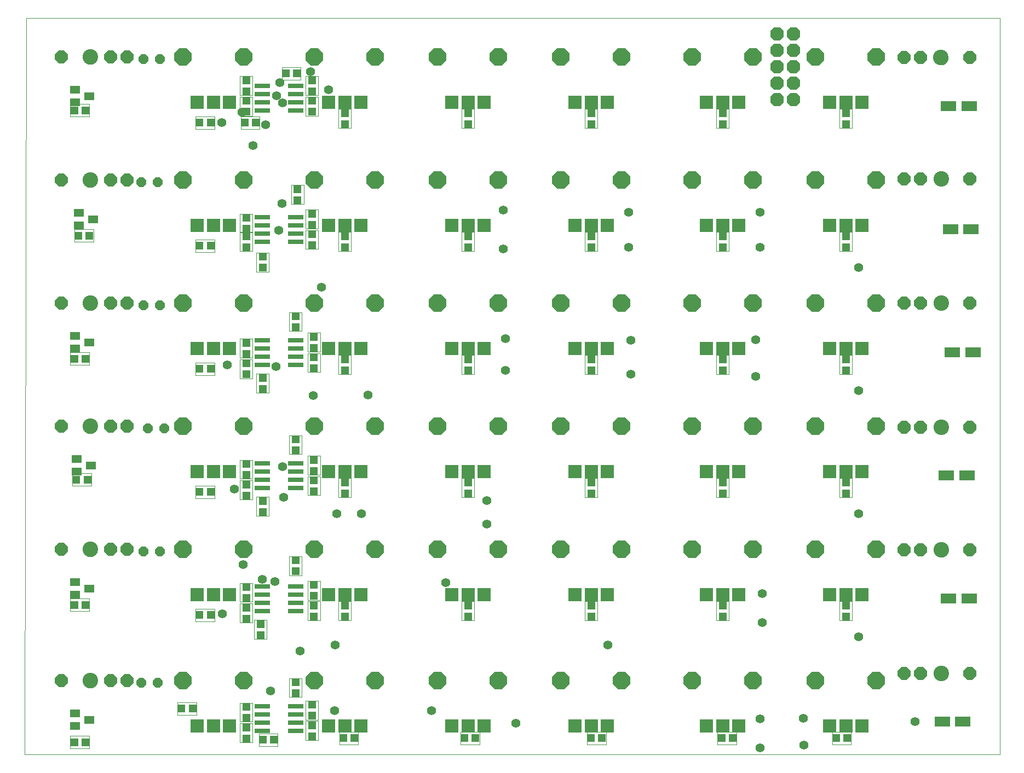
<source format=gts>
G75*
%MOIN*%
%OFA0B0*%
%FSLAX25Y25*%
%IPPOS*%
%LPD*%
%AMOC8*
5,1,8,0,0,1.08239X$1,22.5*
%
%ADD10C,0.00000*%
%ADD11OC8,0.07800*%
%ADD12C,0.09461*%
%ADD13C,0.00200*%
%ADD14R,0.04737X0.05131*%
%ADD15R,0.05131X0.04737*%
%ADD16R,0.09461X0.03162*%
%ADD17OC8,0.06000*%
%ADD18R,0.06312X0.04737*%
%ADD19R,0.08200X0.08200*%
%ADD20OC8,0.10800*%
%ADD21R,0.09461X0.06312*%
%ADD22OC8,0.08200*%
%ADD23C,0.05550*%
D10*
X0006300Y0016300D02*
X0007550Y0465011D01*
X0600001Y0465011D01*
X0600001Y0016300D01*
X0006300Y0016300D01*
X0041969Y0061300D02*
X0041971Y0061431D01*
X0041977Y0061563D01*
X0041987Y0061694D01*
X0042001Y0061825D01*
X0042019Y0061955D01*
X0042041Y0062084D01*
X0042066Y0062213D01*
X0042096Y0062341D01*
X0042130Y0062468D01*
X0042167Y0062595D01*
X0042208Y0062719D01*
X0042253Y0062843D01*
X0042302Y0062965D01*
X0042354Y0063086D01*
X0042410Y0063204D01*
X0042470Y0063322D01*
X0042533Y0063437D01*
X0042600Y0063550D01*
X0042670Y0063662D01*
X0042743Y0063771D01*
X0042819Y0063877D01*
X0042899Y0063982D01*
X0042982Y0064084D01*
X0043068Y0064183D01*
X0043157Y0064280D01*
X0043249Y0064374D01*
X0043344Y0064465D01*
X0043441Y0064554D01*
X0043541Y0064639D01*
X0043644Y0064721D01*
X0043749Y0064800D01*
X0043856Y0064876D01*
X0043966Y0064948D01*
X0044078Y0065017D01*
X0044192Y0065083D01*
X0044307Y0065145D01*
X0044425Y0065204D01*
X0044544Y0065259D01*
X0044665Y0065311D01*
X0044788Y0065358D01*
X0044912Y0065402D01*
X0045037Y0065443D01*
X0045163Y0065479D01*
X0045291Y0065512D01*
X0045419Y0065540D01*
X0045548Y0065565D01*
X0045678Y0065586D01*
X0045808Y0065603D01*
X0045939Y0065616D01*
X0046070Y0065625D01*
X0046201Y0065630D01*
X0046333Y0065631D01*
X0046464Y0065628D01*
X0046596Y0065621D01*
X0046727Y0065610D01*
X0046857Y0065595D01*
X0046987Y0065576D01*
X0047117Y0065553D01*
X0047245Y0065527D01*
X0047373Y0065496D01*
X0047500Y0065461D01*
X0047626Y0065423D01*
X0047750Y0065381D01*
X0047874Y0065335D01*
X0047995Y0065285D01*
X0048115Y0065232D01*
X0048234Y0065175D01*
X0048351Y0065115D01*
X0048465Y0065051D01*
X0048578Y0064983D01*
X0048689Y0064912D01*
X0048798Y0064838D01*
X0048904Y0064761D01*
X0049008Y0064680D01*
X0049109Y0064597D01*
X0049208Y0064510D01*
X0049304Y0064420D01*
X0049397Y0064327D01*
X0049488Y0064232D01*
X0049575Y0064134D01*
X0049660Y0064033D01*
X0049741Y0063930D01*
X0049819Y0063824D01*
X0049894Y0063716D01*
X0049966Y0063606D01*
X0050034Y0063494D01*
X0050099Y0063380D01*
X0050160Y0063263D01*
X0050218Y0063145D01*
X0050272Y0063025D01*
X0050323Y0062904D01*
X0050370Y0062781D01*
X0050413Y0062657D01*
X0050452Y0062532D01*
X0050488Y0062405D01*
X0050519Y0062277D01*
X0050547Y0062149D01*
X0050571Y0062020D01*
X0050591Y0061890D01*
X0050607Y0061759D01*
X0050619Y0061628D01*
X0050627Y0061497D01*
X0050631Y0061366D01*
X0050631Y0061234D01*
X0050627Y0061103D01*
X0050619Y0060972D01*
X0050607Y0060841D01*
X0050591Y0060710D01*
X0050571Y0060580D01*
X0050547Y0060451D01*
X0050519Y0060323D01*
X0050488Y0060195D01*
X0050452Y0060068D01*
X0050413Y0059943D01*
X0050370Y0059819D01*
X0050323Y0059696D01*
X0050272Y0059575D01*
X0050218Y0059455D01*
X0050160Y0059337D01*
X0050099Y0059220D01*
X0050034Y0059106D01*
X0049966Y0058994D01*
X0049894Y0058884D01*
X0049819Y0058776D01*
X0049741Y0058670D01*
X0049660Y0058567D01*
X0049575Y0058466D01*
X0049488Y0058368D01*
X0049397Y0058273D01*
X0049304Y0058180D01*
X0049208Y0058090D01*
X0049109Y0058003D01*
X0049008Y0057920D01*
X0048904Y0057839D01*
X0048798Y0057762D01*
X0048689Y0057688D01*
X0048578Y0057617D01*
X0048466Y0057549D01*
X0048351Y0057485D01*
X0048234Y0057425D01*
X0048115Y0057368D01*
X0047995Y0057315D01*
X0047874Y0057265D01*
X0047750Y0057219D01*
X0047626Y0057177D01*
X0047500Y0057139D01*
X0047373Y0057104D01*
X0047245Y0057073D01*
X0047117Y0057047D01*
X0046987Y0057024D01*
X0046857Y0057005D01*
X0046727Y0056990D01*
X0046596Y0056979D01*
X0046464Y0056972D01*
X0046333Y0056969D01*
X0046201Y0056970D01*
X0046070Y0056975D01*
X0045939Y0056984D01*
X0045808Y0056997D01*
X0045678Y0057014D01*
X0045548Y0057035D01*
X0045419Y0057060D01*
X0045291Y0057088D01*
X0045163Y0057121D01*
X0045037Y0057157D01*
X0044912Y0057198D01*
X0044788Y0057242D01*
X0044665Y0057289D01*
X0044544Y0057341D01*
X0044425Y0057396D01*
X0044307Y0057455D01*
X0044192Y0057517D01*
X0044078Y0057583D01*
X0043966Y0057652D01*
X0043856Y0057724D01*
X0043749Y0057800D01*
X0043644Y0057879D01*
X0043541Y0057961D01*
X0043441Y0058046D01*
X0043344Y0058135D01*
X0043249Y0058226D01*
X0043157Y0058320D01*
X0043068Y0058417D01*
X0042982Y0058516D01*
X0042899Y0058618D01*
X0042819Y0058723D01*
X0042743Y0058829D01*
X0042670Y0058938D01*
X0042600Y0059050D01*
X0042533Y0059163D01*
X0042470Y0059278D01*
X0042410Y0059396D01*
X0042354Y0059514D01*
X0042302Y0059635D01*
X0042253Y0059757D01*
X0042208Y0059881D01*
X0042167Y0060005D01*
X0042130Y0060132D01*
X0042096Y0060259D01*
X0042066Y0060387D01*
X0042041Y0060516D01*
X0042019Y0060645D01*
X0042001Y0060775D01*
X0041987Y0060906D01*
X0041977Y0061037D01*
X0041971Y0061169D01*
X0041969Y0061300D01*
X0041969Y0141300D02*
X0041971Y0141431D01*
X0041977Y0141563D01*
X0041987Y0141694D01*
X0042001Y0141825D01*
X0042019Y0141955D01*
X0042041Y0142084D01*
X0042066Y0142213D01*
X0042096Y0142341D01*
X0042130Y0142468D01*
X0042167Y0142595D01*
X0042208Y0142719D01*
X0042253Y0142843D01*
X0042302Y0142965D01*
X0042354Y0143086D01*
X0042410Y0143204D01*
X0042470Y0143322D01*
X0042533Y0143437D01*
X0042600Y0143550D01*
X0042670Y0143662D01*
X0042743Y0143771D01*
X0042819Y0143877D01*
X0042899Y0143982D01*
X0042982Y0144084D01*
X0043068Y0144183D01*
X0043157Y0144280D01*
X0043249Y0144374D01*
X0043344Y0144465D01*
X0043441Y0144554D01*
X0043541Y0144639D01*
X0043644Y0144721D01*
X0043749Y0144800D01*
X0043856Y0144876D01*
X0043966Y0144948D01*
X0044078Y0145017D01*
X0044192Y0145083D01*
X0044307Y0145145D01*
X0044425Y0145204D01*
X0044544Y0145259D01*
X0044665Y0145311D01*
X0044788Y0145358D01*
X0044912Y0145402D01*
X0045037Y0145443D01*
X0045163Y0145479D01*
X0045291Y0145512D01*
X0045419Y0145540D01*
X0045548Y0145565D01*
X0045678Y0145586D01*
X0045808Y0145603D01*
X0045939Y0145616D01*
X0046070Y0145625D01*
X0046201Y0145630D01*
X0046333Y0145631D01*
X0046464Y0145628D01*
X0046596Y0145621D01*
X0046727Y0145610D01*
X0046857Y0145595D01*
X0046987Y0145576D01*
X0047117Y0145553D01*
X0047245Y0145527D01*
X0047373Y0145496D01*
X0047500Y0145461D01*
X0047626Y0145423D01*
X0047750Y0145381D01*
X0047874Y0145335D01*
X0047995Y0145285D01*
X0048115Y0145232D01*
X0048234Y0145175D01*
X0048351Y0145115D01*
X0048465Y0145051D01*
X0048578Y0144983D01*
X0048689Y0144912D01*
X0048798Y0144838D01*
X0048904Y0144761D01*
X0049008Y0144680D01*
X0049109Y0144597D01*
X0049208Y0144510D01*
X0049304Y0144420D01*
X0049397Y0144327D01*
X0049488Y0144232D01*
X0049575Y0144134D01*
X0049660Y0144033D01*
X0049741Y0143930D01*
X0049819Y0143824D01*
X0049894Y0143716D01*
X0049966Y0143606D01*
X0050034Y0143494D01*
X0050099Y0143380D01*
X0050160Y0143263D01*
X0050218Y0143145D01*
X0050272Y0143025D01*
X0050323Y0142904D01*
X0050370Y0142781D01*
X0050413Y0142657D01*
X0050452Y0142532D01*
X0050488Y0142405D01*
X0050519Y0142277D01*
X0050547Y0142149D01*
X0050571Y0142020D01*
X0050591Y0141890D01*
X0050607Y0141759D01*
X0050619Y0141628D01*
X0050627Y0141497D01*
X0050631Y0141366D01*
X0050631Y0141234D01*
X0050627Y0141103D01*
X0050619Y0140972D01*
X0050607Y0140841D01*
X0050591Y0140710D01*
X0050571Y0140580D01*
X0050547Y0140451D01*
X0050519Y0140323D01*
X0050488Y0140195D01*
X0050452Y0140068D01*
X0050413Y0139943D01*
X0050370Y0139819D01*
X0050323Y0139696D01*
X0050272Y0139575D01*
X0050218Y0139455D01*
X0050160Y0139337D01*
X0050099Y0139220D01*
X0050034Y0139106D01*
X0049966Y0138994D01*
X0049894Y0138884D01*
X0049819Y0138776D01*
X0049741Y0138670D01*
X0049660Y0138567D01*
X0049575Y0138466D01*
X0049488Y0138368D01*
X0049397Y0138273D01*
X0049304Y0138180D01*
X0049208Y0138090D01*
X0049109Y0138003D01*
X0049008Y0137920D01*
X0048904Y0137839D01*
X0048798Y0137762D01*
X0048689Y0137688D01*
X0048578Y0137617D01*
X0048466Y0137549D01*
X0048351Y0137485D01*
X0048234Y0137425D01*
X0048115Y0137368D01*
X0047995Y0137315D01*
X0047874Y0137265D01*
X0047750Y0137219D01*
X0047626Y0137177D01*
X0047500Y0137139D01*
X0047373Y0137104D01*
X0047245Y0137073D01*
X0047117Y0137047D01*
X0046987Y0137024D01*
X0046857Y0137005D01*
X0046727Y0136990D01*
X0046596Y0136979D01*
X0046464Y0136972D01*
X0046333Y0136969D01*
X0046201Y0136970D01*
X0046070Y0136975D01*
X0045939Y0136984D01*
X0045808Y0136997D01*
X0045678Y0137014D01*
X0045548Y0137035D01*
X0045419Y0137060D01*
X0045291Y0137088D01*
X0045163Y0137121D01*
X0045037Y0137157D01*
X0044912Y0137198D01*
X0044788Y0137242D01*
X0044665Y0137289D01*
X0044544Y0137341D01*
X0044425Y0137396D01*
X0044307Y0137455D01*
X0044192Y0137517D01*
X0044078Y0137583D01*
X0043966Y0137652D01*
X0043856Y0137724D01*
X0043749Y0137800D01*
X0043644Y0137879D01*
X0043541Y0137961D01*
X0043441Y0138046D01*
X0043344Y0138135D01*
X0043249Y0138226D01*
X0043157Y0138320D01*
X0043068Y0138417D01*
X0042982Y0138516D01*
X0042899Y0138618D01*
X0042819Y0138723D01*
X0042743Y0138829D01*
X0042670Y0138938D01*
X0042600Y0139050D01*
X0042533Y0139163D01*
X0042470Y0139278D01*
X0042410Y0139396D01*
X0042354Y0139514D01*
X0042302Y0139635D01*
X0042253Y0139757D01*
X0042208Y0139881D01*
X0042167Y0140005D01*
X0042130Y0140132D01*
X0042096Y0140259D01*
X0042066Y0140387D01*
X0042041Y0140516D01*
X0042019Y0140645D01*
X0042001Y0140775D01*
X0041987Y0140906D01*
X0041977Y0141037D01*
X0041971Y0141169D01*
X0041969Y0141300D01*
X0041969Y0216300D02*
X0041971Y0216431D01*
X0041977Y0216563D01*
X0041987Y0216694D01*
X0042001Y0216825D01*
X0042019Y0216955D01*
X0042041Y0217084D01*
X0042066Y0217213D01*
X0042096Y0217341D01*
X0042130Y0217468D01*
X0042167Y0217595D01*
X0042208Y0217719D01*
X0042253Y0217843D01*
X0042302Y0217965D01*
X0042354Y0218086D01*
X0042410Y0218204D01*
X0042470Y0218322D01*
X0042533Y0218437D01*
X0042600Y0218550D01*
X0042670Y0218662D01*
X0042743Y0218771D01*
X0042819Y0218877D01*
X0042899Y0218982D01*
X0042982Y0219084D01*
X0043068Y0219183D01*
X0043157Y0219280D01*
X0043249Y0219374D01*
X0043344Y0219465D01*
X0043441Y0219554D01*
X0043541Y0219639D01*
X0043644Y0219721D01*
X0043749Y0219800D01*
X0043856Y0219876D01*
X0043966Y0219948D01*
X0044078Y0220017D01*
X0044192Y0220083D01*
X0044307Y0220145D01*
X0044425Y0220204D01*
X0044544Y0220259D01*
X0044665Y0220311D01*
X0044788Y0220358D01*
X0044912Y0220402D01*
X0045037Y0220443D01*
X0045163Y0220479D01*
X0045291Y0220512D01*
X0045419Y0220540D01*
X0045548Y0220565D01*
X0045678Y0220586D01*
X0045808Y0220603D01*
X0045939Y0220616D01*
X0046070Y0220625D01*
X0046201Y0220630D01*
X0046333Y0220631D01*
X0046464Y0220628D01*
X0046596Y0220621D01*
X0046727Y0220610D01*
X0046857Y0220595D01*
X0046987Y0220576D01*
X0047117Y0220553D01*
X0047245Y0220527D01*
X0047373Y0220496D01*
X0047500Y0220461D01*
X0047626Y0220423D01*
X0047750Y0220381D01*
X0047874Y0220335D01*
X0047995Y0220285D01*
X0048115Y0220232D01*
X0048234Y0220175D01*
X0048351Y0220115D01*
X0048465Y0220051D01*
X0048578Y0219983D01*
X0048689Y0219912D01*
X0048798Y0219838D01*
X0048904Y0219761D01*
X0049008Y0219680D01*
X0049109Y0219597D01*
X0049208Y0219510D01*
X0049304Y0219420D01*
X0049397Y0219327D01*
X0049488Y0219232D01*
X0049575Y0219134D01*
X0049660Y0219033D01*
X0049741Y0218930D01*
X0049819Y0218824D01*
X0049894Y0218716D01*
X0049966Y0218606D01*
X0050034Y0218494D01*
X0050099Y0218380D01*
X0050160Y0218263D01*
X0050218Y0218145D01*
X0050272Y0218025D01*
X0050323Y0217904D01*
X0050370Y0217781D01*
X0050413Y0217657D01*
X0050452Y0217532D01*
X0050488Y0217405D01*
X0050519Y0217277D01*
X0050547Y0217149D01*
X0050571Y0217020D01*
X0050591Y0216890D01*
X0050607Y0216759D01*
X0050619Y0216628D01*
X0050627Y0216497D01*
X0050631Y0216366D01*
X0050631Y0216234D01*
X0050627Y0216103D01*
X0050619Y0215972D01*
X0050607Y0215841D01*
X0050591Y0215710D01*
X0050571Y0215580D01*
X0050547Y0215451D01*
X0050519Y0215323D01*
X0050488Y0215195D01*
X0050452Y0215068D01*
X0050413Y0214943D01*
X0050370Y0214819D01*
X0050323Y0214696D01*
X0050272Y0214575D01*
X0050218Y0214455D01*
X0050160Y0214337D01*
X0050099Y0214220D01*
X0050034Y0214106D01*
X0049966Y0213994D01*
X0049894Y0213884D01*
X0049819Y0213776D01*
X0049741Y0213670D01*
X0049660Y0213567D01*
X0049575Y0213466D01*
X0049488Y0213368D01*
X0049397Y0213273D01*
X0049304Y0213180D01*
X0049208Y0213090D01*
X0049109Y0213003D01*
X0049008Y0212920D01*
X0048904Y0212839D01*
X0048798Y0212762D01*
X0048689Y0212688D01*
X0048578Y0212617D01*
X0048466Y0212549D01*
X0048351Y0212485D01*
X0048234Y0212425D01*
X0048115Y0212368D01*
X0047995Y0212315D01*
X0047874Y0212265D01*
X0047750Y0212219D01*
X0047626Y0212177D01*
X0047500Y0212139D01*
X0047373Y0212104D01*
X0047245Y0212073D01*
X0047117Y0212047D01*
X0046987Y0212024D01*
X0046857Y0212005D01*
X0046727Y0211990D01*
X0046596Y0211979D01*
X0046464Y0211972D01*
X0046333Y0211969D01*
X0046201Y0211970D01*
X0046070Y0211975D01*
X0045939Y0211984D01*
X0045808Y0211997D01*
X0045678Y0212014D01*
X0045548Y0212035D01*
X0045419Y0212060D01*
X0045291Y0212088D01*
X0045163Y0212121D01*
X0045037Y0212157D01*
X0044912Y0212198D01*
X0044788Y0212242D01*
X0044665Y0212289D01*
X0044544Y0212341D01*
X0044425Y0212396D01*
X0044307Y0212455D01*
X0044192Y0212517D01*
X0044078Y0212583D01*
X0043966Y0212652D01*
X0043856Y0212724D01*
X0043749Y0212800D01*
X0043644Y0212879D01*
X0043541Y0212961D01*
X0043441Y0213046D01*
X0043344Y0213135D01*
X0043249Y0213226D01*
X0043157Y0213320D01*
X0043068Y0213417D01*
X0042982Y0213516D01*
X0042899Y0213618D01*
X0042819Y0213723D01*
X0042743Y0213829D01*
X0042670Y0213938D01*
X0042600Y0214050D01*
X0042533Y0214163D01*
X0042470Y0214278D01*
X0042410Y0214396D01*
X0042354Y0214514D01*
X0042302Y0214635D01*
X0042253Y0214757D01*
X0042208Y0214881D01*
X0042167Y0215005D01*
X0042130Y0215132D01*
X0042096Y0215259D01*
X0042066Y0215387D01*
X0042041Y0215516D01*
X0042019Y0215645D01*
X0042001Y0215775D01*
X0041987Y0215906D01*
X0041977Y0216037D01*
X0041971Y0216169D01*
X0041969Y0216300D01*
X0041969Y0291300D02*
X0041971Y0291431D01*
X0041977Y0291563D01*
X0041987Y0291694D01*
X0042001Y0291825D01*
X0042019Y0291955D01*
X0042041Y0292084D01*
X0042066Y0292213D01*
X0042096Y0292341D01*
X0042130Y0292468D01*
X0042167Y0292595D01*
X0042208Y0292719D01*
X0042253Y0292843D01*
X0042302Y0292965D01*
X0042354Y0293086D01*
X0042410Y0293204D01*
X0042470Y0293322D01*
X0042533Y0293437D01*
X0042600Y0293550D01*
X0042670Y0293662D01*
X0042743Y0293771D01*
X0042819Y0293877D01*
X0042899Y0293982D01*
X0042982Y0294084D01*
X0043068Y0294183D01*
X0043157Y0294280D01*
X0043249Y0294374D01*
X0043344Y0294465D01*
X0043441Y0294554D01*
X0043541Y0294639D01*
X0043644Y0294721D01*
X0043749Y0294800D01*
X0043856Y0294876D01*
X0043966Y0294948D01*
X0044078Y0295017D01*
X0044192Y0295083D01*
X0044307Y0295145D01*
X0044425Y0295204D01*
X0044544Y0295259D01*
X0044665Y0295311D01*
X0044788Y0295358D01*
X0044912Y0295402D01*
X0045037Y0295443D01*
X0045163Y0295479D01*
X0045291Y0295512D01*
X0045419Y0295540D01*
X0045548Y0295565D01*
X0045678Y0295586D01*
X0045808Y0295603D01*
X0045939Y0295616D01*
X0046070Y0295625D01*
X0046201Y0295630D01*
X0046333Y0295631D01*
X0046464Y0295628D01*
X0046596Y0295621D01*
X0046727Y0295610D01*
X0046857Y0295595D01*
X0046987Y0295576D01*
X0047117Y0295553D01*
X0047245Y0295527D01*
X0047373Y0295496D01*
X0047500Y0295461D01*
X0047626Y0295423D01*
X0047750Y0295381D01*
X0047874Y0295335D01*
X0047995Y0295285D01*
X0048115Y0295232D01*
X0048234Y0295175D01*
X0048351Y0295115D01*
X0048465Y0295051D01*
X0048578Y0294983D01*
X0048689Y0294912D01*
X0048798Y0294838D01*
X0048904Y0294761D01*
X0049008Y0294680D01*
X0049109Y0294597D01*
X0049208Y0294510D01*
X0049304Y0294420D01*
X0049397Y0294327D01*
X0049488Y0294232D01*
X0049575Y0294134D01*
X0049660Y0294033D01*
X0049741Y0293930D01*
X0049819Y0293824D01*
X0049894Y0293716D01*
X0049966Y0293606D01*
X0050034Y0293494D01*
X0050099Y0293380D01*
X0050160Y0293263D01*
X0050218Y0293145D01*
X0050272Y0293025D01*
X0050323Y0292904D01*
X0050370Y0292781D01*
X0050413Y0292657D01*
X0050452Y0292532D01*
X0050488Y0292405D01*
X0050519Y0292277D01*
X0050547Y0292149D01*
X0050571Y0292020D01*
X0050591Y0291890D01*
X0050607Y0291759D01*
X0050619Y0291628D01*
X0050627Y0291497D01*
X0050631Y0291366D01*
X0050631Y0291234D01*
X0050627Y0291103D01*
X0050619Y0290972D01*
X0050607Y0290841D01*
X0050591Y0290710D01*
X0050571Y0290580D01*
X0050547Y0290451D01*
X0050519Y0290323D01*
X0050488Y0290195D01*
X0050452Y0290068D01*
X0050413Y0289943D01*
X0050370Y0289819D01*
X0050323Y0289696D01*
X0050272Y0289575D01*
X0050218Y0289455D01*
X0050160Y0289337D01*
X0050099Y0289220D01*
X0050034Y0289106D01*
X0049966Y0288994D01*
X0049894Y0288884D01*
X0049819Y0288776D01*
X0049741Y0288670D01*
X0049660Y0288567D01*
X0049575Y0288466D01*
X0049488Y0288368D01*
X0049397Y0288273D01*
X0049304Y0288180D01*
X0049208Y0288090D01*
X0049109Y0288003D01*
X0049008Y0287920D01*
X0048904Y0287839D01*
X0048798Y0287762D01*
X0048689Y0287688D01*
X0048578Y0287617D01*
X0048466Y0287549D01*
X0048351Y0287485D01*
X0048234Y0287425D01*
X0048115Y0287368D01*
X0047995Y0287315D01*
X0047874Y0287265D01*
X0047750Y0287219D01*
X0047626Y0287177D01*
X0047500Y0287139D01*
X0047373Y0287104D01*
X0047245Y0287073D01*
X0047117Y0287047D01*
X0046987Y0287024D01*
X0046857Y0287005D01*
X0046727Y0286990D01*
X0046596Y0286979D01*
X0046464Y0286972D01*
X0046333Y0286969D01*
X0046201Y0286970D01*
X0046070Y0286975D01*
X0045939Y0286984D01*
X0045808Y0286997D01*
X0045678Y0287014D01*
X0045548Y0287035D01*
X0045419Y0287060D01*
X0045291Y0287088D01*
X0045163Y0287121D01*
X0045037Y0287157D01*
X0044912Y0287198D01*
X0044788Y0287242D01*
X0044665Y0287289D01*
X0044544Y0287341D01*
X0044425Y0287396D01*
X0044307Y0287455D01*
X0044192Y0287517D01*
X0044078Y0287583D01*
X0043966Y0287652D01*
X0043856Y0287724D01*
X0043749Y0287800D01*
X0043644Y0287879D01*
X0043541Y0287961D01*
X0043441Y0288046D01*
X0043344Y0288135D01*
X0043249Y0288226D01*
X0043157Y0288320D01*
X0043068Y0288417D01*
X0042982Y0288516D01*
X0042899Y0288618D01*
X0042819Y0288723D01*
X0042743Y0288829D01*
X0042670Y0288938D01*
X0042600Y0289050D01*
X0042533Y0289163D01*
X0042470Y0289278D01*
X0042410Y0289396D01*
X0042354Y0289514D01*
X0042302Y0289635D01*
X0042253Y0289757D01*
X0042208Y0289881D01*
X0042167Y0290005D01*
X0042130Y0290132D01*
X0042096Y0290259D01*
X0042066Y0290387D01*
X0042041Y0290516D01*
X0042019Y0290645D01*
X0042001Y0290775D01*
X0041987Y0290906D01*
X0041977Y0291037D01*
X0041971Y0291169D01*
X0041969Y0291300D01*
X0041969Y0366300D02*
X0041971Y0366431D01*
X0041977Y0366563D01*
X0041987Y0366694D01*
X0042001Y0366825D01*
X0042019Y0366955D01*
X0042041Y0367084D01*
X0042066Y0367213D01*
X0042096Y0367341D01*
X0042130Y0367468D01*
X0042167Y0367595D01*
X0042208Y0367719D01*
X0042253Y0367843D01*
X0042302Y0367965D01*
X0042354Y0368086D01*
X0042410Y0368204D01*
X0042470Y0368322D01*
X0042533Y0368437D01*
X0042600Y0368550D01*
X0042670Y0368662D01*
X0042743Y0368771D01*
X0042819Y0368877D01*
X0042899Y0368982D01*
X0042982Y0369084D01*
X0043068Y0369183D01*
X0043157Y0369280D01*
X0043249Y0369374D01*
X0043344Y0369465D01*
X0043441Y0369554D01*
X0043541Y0369639D01*
X0043644Y0369721D01*
X0043749Y0369800D01*
X0043856Y0369876D01*
X0043966Y0369948D01*
X0044078Y0370017D01*
X0044192Y0370083D01*
X0044307Y0370145D01*
X0044425Y0370204D01*
X0044544Y0370259D01*
X0044665Y0370311D01*
X0044788Y0370358D01*
X0044912Y0370402D01*
X0045037Y0370443D01*
X0045163Y0370479D01*
X0045291Y0370512D01*
X0045419Y0370540D01*
X0045548Y0370565D01*
X0045678Y0370586D01*
X0045808Y0370603D01*
X0045939Y0370616D01*
X0046070Y0370625D01*
X0046201Y0370630D01*
X0046333Y0370631D01*
X0046464Y0370628D01*
X0046596Y0370621D01*
X0046727Y0370610D01*
X0046857Y0370595D01*
X0046987Y0370576D01*
X0047117Y0370553D01*
X0047245Y0370527D01*
X0047373Y0370496D01*
X0047500Y0370461D01*
X0047626Y0370423D01*
X0047750Y0370381D01*
X0047874Y0370335D01*
X0047995Y0370285D01*
X0048115Y0370232D01*
X0048234Y0370175D01*
X0048351Y0370115D01*
X0048465Y0370051D01*
X0048578Y0369983D01*
X0048689Y0369912D01*
X0048798Y0369838D01*
X0048904Y0369761D01*
X0049008Y0369680D01*
X0049109Y0369597D01*
X0049208Y0369510D01*
X0049304Y0369420D01*
X0049397Y0369327D01*
X0049488Y0369232D01*
X0049575Y0369134D01*
X0049660Y0369033D01*
X0049741Y0368930D01*
X0049819Y0368824D01*
X0049894Y0368716D01*
X0049966Y0368606D01*
X0050034Y0368494D01*
X0050099Y0368380D01*
X0050160Y0368263D01*
X0050218Y0368145D01*
X0050272Y0368025D01*
X0050323Y0367904D01*
X0050370Y0367781D01*
X0050413Y0367657D01*
X0050452Y0367532D01*
X0050488Y0367405D01*
X0050519Y0367277D01*
X0050547Y0367149D01*
X0050571Y0367020D01*
X0050591Y0366890D01*
X0050607Y0366759D01*
X0050619Y0366628D01*
X0050627Y0366497D01*
X0050631Y0366366D01*
X0050631Y0366234D01*
X0050627Y0366103D01*
X0050619Y0365972D01*
X0050607Y0365841D01*
X0050591Y0365710D01*
X0050571Y0365580D01*
X0050547Y0365451D01*
X0050519Y0365323D01*
X0050488Y0365195D01*
X0050452Y0365068D01*
X0050413Y0364943D01*
X0050370Y0364819D01*
X0050323Y0364696D01*
X0050272Y0364575D01*
X0050218Y0364455D01*
X0050160Y0364337D01*
X0050099Y0364220D01*
X0050034Y0364106D01*
X0049966Y0363994D01*
X0049894Y0363884D01*
X0049819Y0363776D01*
X0049741Y0363670D01*
X0049660Y0363567D01*
X0049575Y0363466D01*
X0049488Y0363368D01*
X0049397Y0363273D01*
X0049304Y0363180D01*
X0049208Y0363090D01*
X0049109Y0363003D01*
X0049008Y0362920D01*
X0048904Y0362839D01*
X0048798Y0362762D01*
X0048689Y0362688D01*
X0048578Y0362617D01*
X0048466Y0362549D01*
X0048351Y0362485D01*
X0048234Y0362425D01*
X0048115Y0362368D01*
X0047995Y0362315D01*
X0047874Y0362265D01*
X0047750Y0362219D01*
X0047626Y0362177D01*
X0047500Y0362139D01*
X0047373Y0362104D01*
X0047245Y0362073D01*
X0047117Y0362047D01*
X0046987Y0362024D01*
X0046857Y0362005D01*
X0046727Y0361990D01*
X0046596Y0361979D01*
X0046464Y0361972D01*
X0046333Y0361969D01*
X0046201Y0361970D01*
X0046070Y0361975D01*
X0045939Y0361984D01*
X0045808Y0361997D01*
X0045678Y0362014D01*
X0045548Y0362035D01*
X0045419Y0362060D01*
X0045291Y0362088D01*
X0045163Y0362121D01*
X0045037Y0362157D01*
X0044912Y0362198D01*
X0044788Y0362242D01*
X0044665Y0362289D01*
X0044544Y0362341D01*
X0044425Y0362396D01*
X0044307Y0362455D01*
X0044192Y0362517D01*
X0044078Y0362583D01*
X0043966Y0362652D01*
X0043856Y0362724D01*
X0043749Y0362800D01*
X0043644Y0362879D01*
X0043541Y0362961D01*
X0043441Y0363046D01*
X0043344Y0363135D01*
X0043249Y0363226D01*
X0043157Y0363320D01*
X0043068Y0363417D01*
X0042982Y0363516D01*
X0042899Y0363618D01*
X0042819Y0363723D01*
X0042743Y0363829D01*
X0042670Y0363938D01*
X0042600Y0364050D01*
X0042533Y0364163D01*
X0042470Y0364278D01*
X0042410Y0364396D01*
X0042354Y0364514D01*
X0042302Y0364635D01*
X0042253Y0364757D01*
X0042208Y0364881D01*
X0042167Y0365005D01*
X0042130Y0365132D01*
X0042096Y0365259D01*
X0042066Y0365387D01*
X0042041Y0365516D01*
X0042019Y0365645D01*
X0042001Y0365775D01*
X0041987Y0365906D01*
X0041977Y0366037D01*
X0041971Y0366169D01*
X0041969Y0366300D01*
X0041969Y0441300D02*
X0041971Y0441431D01*
X0041977Y0441563D01*
X0041987Y0441694D01*
X0042001Y0441825D01*
X0042019Y0441955D01*
X0042041Y0442084D01*
X0042066Y0442213D01*
X0042096Y0442341D01*
X0042130Y0442468D01*
X0042167Y0442595D01*
X0042208Y0442719D01*
X0042253Y0442843D01*
X0042302Y0442965D01*
X0042354Y0443086D01*
X0042410Y0443204D01*
X0042470Y0443322D01*
X0042533Y0443437D01*
X0042600Y0443550D01*
X0042670Y0443662D01*
X0042743Y0443771D01*
X0042819Y0443877D01*
X0042899Y0443982D01*
X0042982Y0444084D01*
X0043068Y0444183D01*
X0043157Y0444280D01*
X0043249Y0444374D01*
X0043344Y0444465D01*
X0043441Y0444554D01*
X0043541Y0444639D01*
X0043644Y0444721D01*
X0043749Y0444800D01*
X0043856Y0444876D01*
X0043966Y0444948D01*
X0044078Y0445017D01*
X0044192Y0445083D01*
X0044307Y0445145D01*
X0044425Y0445204D01*
X0044544Y0445259D01*
X0044665Y0445311D01*
X0044788Y0445358D01*
X0044912Y0445402D01*
X0045037Y0445443D01*
X0045163Y0445479D01*
X0045291Y0445512D01*
X0045419Y0445540D01*
X0045548Y0445565D01*
X0045678Y0445586D01*
X0045808Y0445603D01*
X0045939Y0445616D01*
X0046070Y0445625D01*
X0046201Y0445630D01*
X0046333Y0445631D01*
X0046464Y0445628D01*
X0046596Y0445621D01*
X0046727Y0445610D01*
X0046857Y0445595D01*
X0046987Y0445576D01*
X0047117Y0445553D01*
X0047245Y0445527D01*
X0047373Y0445496D01*
X0047500Y0445461D01*
X0047626Y0445423D01*
X0047750Y0445381D01*
X0047874Y0445335D01*
X0047995Y0445285D01*
X0048115Y0445232D01*
X0048234Y0445175D01*
X0048351Y0445115D01*
X0048465Y0445051D01*
X0048578Y0444983D01*
X0048689Y0444912D01*
X0048798Y0444838D01*
X0048904Y0444761D01*
X0049008Y0444680D01*
X0049109Y0444597D01*
X0049208Y0444510D01*
X0049304Y0444420D01*
X0049397Y0444327D01*
X0049488Y0444232D01*
X0049575Y0444134D01*
X0049660Y0444033D01*
X0049741Y0443930D01*
X0049819Y0443824D01*
X0049894Y0443716D01*
X0049966Y0443606D01*
X0050034Y0443494D01*
X0050099Y0443380D01*
X0050160Y0443263D01*
X0050218Y0443145D01*
X0050272Y0443025D01*
X0050323Y0442904D01*
X0050370Y0442781D01*
X0050413Y0442657D01*
X0050452Y0442532D01*
X0050488Y0442405D01*
X0050519Y0442277D01*
X0050547Y0442149D01*
X0050571Y0442020D01*
X0050591Y0441890D01*
X0050607Y0441759D01*
X0050619Y0441628D01*
X0050627Y0441497D01*
X0050631Y0441366D01*
X0050631Y0441234D01*
X0050627Y0441103D01*
X0050619Y0440972D01*
X0050607Y0440841D01*
X0050591Y0440710D01*
X0050571Y0440580D01*
X0050547Y0440451D01*
X0050519Y0440323D01*
X0050488Y0440195D01*
X0050452Y0440068D01*
X0050413Y0439943D01*
X0050370Y0439819D01*
X0050323Y0439696D01*
X0050272Y0439575D01*
X0050218Y0439455D01*
X0050160Y0439337D01*
X0050099Y0439220D01*
X0050034Y0439106D01*
X0049966Y0438994D01*
X0049894Y0438884D01*
X0049819Y0438776D01*
X0049741Y0438670D01*
X0049660Y0438567D01*
X0049575Y0438466D01*
X0049488Y0438368D01*
X0049397Y0438273D01*
X0049304Y0438180D01*
X0049208Y0438090D01*
X0049109Y0438003D01*
X0049008Y0437920D01*
X0048904Y0437839D01*
X0048798Y0437762D01*
X0048689Y0437688D01*
X0048578Y0437617D01*
X0048466Y0437549D01*
X0048351Y0437485D01*
X0048234Y0437425D01*
X0048115Y0437368D01*
X0047995Y0437315D01*
X0047874Y0437265D01*
X0047750Y0437219D01*
X0047626Y0437177D01*
X0047500Y0437139D01*
X0047373Y0437104D01*
X0047245Y0437073D01*
X0047117Y0437047D01*
X0046987Y0437024D01*
X0046857Y0437005D01*
X0046727Y0436990D01*
X0046596Y0436979D01*
X0046464Y0436972D01*
X0046333Y0436969D01*
X0046201Y0436970D01*
X0046070Y0436975D01*
X0045939Y0436984D01*
X0045808Y0436997D01*
X0045678Y0437014D01*
X0045548Y0437035D01*
X0045419Y0437060D01*
X0045291Y0437088D01*
X0045163Y0437121D01*
X0045037Y0437157D01*
X0044912Y0437198D01*
X0044788Y0437242D01*
X0044665Y0437289D01*
X0044544Y0437341D01*
X0044425Y0437396D01*
X0044307Y0437455D01*
X0044192Y0437517D01*
X0044078Y0437583D01*
X0043966Y0437652D01*
X0043856Y0437724D01*
X0043749Y0437800D01*
X0043644Y0437879D01*
X0043541Y0437961D01*
X0043441Y0438046D01*
X0043344Y0438135D01*
X0043249Y0438226D01*
X0043157Y0438320D01*
X0043068Y0438417D01*
X0042982Y0438516D01*
X0042899Y0438618D01*
X0042819Y0438723D01*
X0042743Y0438829D01*
X0042670Y0438938D01*
X0042600Y0439050D01*
X0042533Y0439163D01*
X0042470Y0439278D01*
X0042410Y0439396D01*
X0042354Y0439514D01*
X0042302Y0439635D01*
X0042253Y0439757D01*
X0042208Y0439881D01*
X0042167Y0440005D01*
X0042130Y0440132D01*
X0042096Y0440259D01*
X0042066Y0440387D01*
X0042041Y0440516D01*
X0042019Y0440645D01*
X0042001Y0440775D01*
X0041987Y0440906D01*
X0041977Y0441037D01*
X0041971Y0441169D01*
X0041969Y0441300D01*
X0559817Y0440931D02*
X0559819Y0441062D01*
X0559825Y0441194D01*
X0559835Y0441325D01*
X0559849Y0441456D01*
X0559867Y0441586D01*
X0559889Y0441715D01*
X0559914Y0441844D01*
X0559944Y0441972D01*
X0559978Y0442099D01*
X0560015Y0442226D01*
X0560056Y0442350D01*
X0560101Y0442474D01*
X0560150Y0442596D01*
X0560202Y0442717D01*
X0560258Y0442835D01*
X0560318Y0442953D01*
X0560381Y0443068D01*
X0560448Y0443181D01*
X0560518Y0443293D01*
X0560591Y0443402D01*
X0560667Y0443508D01*
X0560747Y0443613D01*
X0560830Y0443715D01*
X0560916Y0443814D01*
X0561005Y0443911D01*
X0561097Y0444005D01*
X0561192Y0444096D01*
X0561289Y0444185D01*
X0561389Y0444270D01*
X0561492Y0444352D01*
X0561597Y0444431D01*
X0561704Y0444507D01*
X0561814Y0444579D01*
X0561926Y0444648D01*
X0562040Y0444714D01*
X0562155Y0444776D01*
X0562273Y0444835D01*
X0562392Y0444890D01*
X0562513Y0444942D01*
X0562636Y0444989D01*
X0562760Y0445033D01*
X0562885Y0445074D01*
X0563011Y0445110D01*
X0563139Y0445143D01*
X0563267Y0445171D01*
X0563396Y0445196D01*
X0563526Y0445217D01*
X0563656Y0445234D01*
X0563787Y0445247D01*
X0563918Y0445256D01*
X0564049Y0445261D01*
X0564181Y0445262D01*
X0564312Y0445259D01*
X0564444Y0445252D01*
X0564575Y0445241D01*
X0564705Y0445226D01*
X0564835Y0445207D01*
X0564965Y0445184D01*
X0565093Y0445158D01*
X0565221Y0445127D01*
X0565348Y0445092D01*
X0565474Y0445054D01*
X0565598Y0445012D01*
X0565722Y0444966D01*
X0565843Y0444916D01*
X0565963Y0444863D01*
X0566082Y0444806D01*
X0566199Y0444746D01*
X0566313Y0444682D01*
X0566426Y0444614D01*
X0566537Y0444543D01*
X0566646Y0444469D01*
X0566752Y0444392D01*
X0566856Y0444311D01*
X0566957Y0444228D01*
X0567056Y0444141D01*
X0567152Y0444051D01*
X0567245Y0443958D01*
X0567336Y0443863D01*
X0567423Y0443765D01*
X0567508Y0443664D01*
X0567589Y0443561D01*
X0567667Y0443455D01*
X0567742Y0443347D01*
X0567814Y0443237D01*
X0567882Y0443125D01*
X0567947Y0443011D01*
X0568008Y0442894D01*
X0568066Y0442776D01*
X0568120Y0442656D01*
X0568171Y0442535D01*
X0568218Y0442412D01*
X0568261Y0442288D01*
X0568300Y0442163D01*
X0568336Y0442036D01*
X0568367Y0441908D01*
X0568395Y0441780D01*
X0568419Y0441651D01*
X0568439Y0441521D01*
X0568455Y0441390D01*
X0568467Y0441259D01*
X0568475Y0441128D01*
X0568479Y0440997D01*
X0568479Y0440865D01*
X0568475Y0440734D01*
X0568467Y0440603D01*
X0568455Y0440472D01*
X0568439Y0440341D01*
X0568419Y0440211D01*
X0568395Y0440082D01*
X0568367Y0439954D01*
X0568336Y0439826D01*
X0568300Y0439699D01*
X0568261Y0439574D01*
X0568218Y0439450D01*
X0568171Y0439327D01*
X0568120Y0439206D01*
X0568066Y0439086D01*
X0568008Y0438968D01*
X0567947Y0438851D01*
X0567882Y0438737D01*
X0567814Y0438625D01*
X0567742Y0438515D01*
X0567667Y0438407D01*
X0567589Y0438301D01*
X0567508Y0438198D01*
X0567423Y0438097D01*
X0567336Y0437999D01*
X0567245Y0437904D01*
X0567152Y0437811D01*
X0567056Y0437721D01*
X0566957Y0437634D01*
X0566856Y0437551D01*
X0566752Y0437470D01*
X0566646Y0437393D01*
X0566537Y0437319D01*
X0566426Y0437248D01*
X0566314Y0437180D01*
X0566199Y0437116D01*
X0566082Y0437056D01*
X0565963Y0436999D01*
X0565843Y0436946D01*
X0565722Y0436896D01*
X0565598Y0436850D01*
X0565474Y0436808D01*
X0565348Y0436770D01*
X0565221Y0436735D01*
X0565093Y0436704D01*
X0564965Y0436678D01*
X0564835Y0436655D01*
X0564705Y0436636D01*
X0564575Y0436621D01*
X0564444Y0436610D01*
X0564312Y0436603D01*
X0564181Y0436600D01*
X0564049Y0436601D01*
X0563918Y0436606D01*
X0563787Y0436615D01*
X0563656Y0436628D01*
X0563526Y0436645D01*
X0563396Y0436666D01*
X0563267Y0436691D01*
X0563139Y0436719D01*
X0563011Y0436752D01*
X0562885Y0436788D01*
X0562760Y0436829D01*
X0562636Y0436873D01*
X0562513Y0436920D01*
X0562392Y0436972D01*
X0562273Y0437027D01*
X0562155Y0437086D01*
X0562040Y0437148D01*
X0561926Y0437214D01*
X0561814Y0437283D01*
X0561704Y0437355D01*
X0561597Y0437431D01*
X0561492Y0437510D01*
X0561389Y0437592D01*
X0561289Y0437677D01*
X0561192Y0437766D01*
X0561097Y0437857D01*
X0561005Y0437951D01*
X0560916Y0438048D01*
X0560830Y0438147D01*
X0560747Y0438249D01*
X0560667Y0438354D01*
X0560591Y0438460D01*
X0560518Y0438569D01*
X0560448Y0438681D01*
X0560381Y0438794D01*
X0560318Y0438909D01*
X0560258Y0439027D01*
X0560202Y0439145D01*
X0560150Y0439266D01*
X0560101Y0439388D01*
X0560056Y0439512D01*
X0560015Y0439636D01*
X0559978Y0439763D01*
X0559944Y0439890D01*
X0559914Y0440018D01*
X0559889Y0440147D01*
X0559867Y0440276D01*
X0559849Y0440406D01*
X0559835Y0440537D01*
X0559825Y0440668D01*
X0559819Y0440800D01*
X0559817Y0440931D01*
X0559973Y0367083D02*
X0559975Y0367214D01*
X0559981Y0367346D01*
X0559991Y0367477D01*
X0560005Y0367608D01*
X0560023Y0367738D01*
X0560045Y0367867D01*
X0560070Y0367996D01*
X0560100Y0368124D01*
X0560134Y0368251D01*
X0560171Y0368378D01*
X0560212Y0368502D01*
X0560257Y0368626D01*
X0560306Y0368748D01*
X0560358Y0368869D01*
X0560414Y0368987D01*
X0560474Y0369105D01*
X0560537Y0369220D01*
X0560604Y0369333D01*
X0560674Y0369445D01*
X0560747Y0369554D01*
X0560823Y0369660D01*
X0560903Y0369765D01*
X0560986Y0369867D01*
X0561072Y0369966D01*
X0561161Y0370063D01*
X0561253Y0370157D01*
X0561348Y0370248D01*
X0561445Y0370337D01*
X0561545Y0370422D01*
X0561648Y0370504D01*
X0561753Y0370583D01*
X0561860Y0370659D01*
X0561970Y0370731D01*
X0562082Y0370800D01*
X0562196Y0370866D01*
X0562311Y0370928D01*
X0562429Y0370987D01*
X0562548Y0371042D01*
X0562669Y0371094D01*
X0562792Y0371141D01*
X0562916Y0371185D01*
X0563041Y0371226D01*
X0563167Y0371262D01*
X0563295Y0371295D01*
X0563423Y0371323D01*
X0563552Y0371348D01*
X0563682Y0371369D01*
X0563812Y0371386D01*
X0563943Y0371399D01*
X0564074Y0371408D01*
X0564205Y0371413D01*
X0564337Y0371414D01*
X0564468Y0371411D01*
X0564600Y0371404D01*
X0564731Y0371393D01*
X0564861Y0371378D01*
X0564991Y0371359D01*
X0565121Y0371336D01*
X0565249Y0371310D01*
X0565377Y0371279D01*
X0565504Y0371244D01*
X0565630Y0371206D01*
X0565754Y0371164D01*
X0565878Y0371118D01*
X0565999Y0371068D01*
X0566119Y0371015D01*
X0566238Y0370958D01*
X0566355Y0370898D01*
X0566469Y0370834D01*
X0566582Y0370766D01*
X0566693Y0370695D01*
X0566802Y0370621D01*
X0566908Y0370544D01*
X0567012Y0370463D01*
X0567113Y0370380D01*
X0567212Y0370293D01*
X0567308Y0370203D01*
X0567401Y0370110D01*
X0567492Y0370015D01*
X0567579Y0369917D01*
X0567664Y0369816D01*
X0567745Y0369713D01*
X0567823Y0369607D01*
X0567898Y0369499D01*
X0567970Y0369389D01*
X0568038Y0369277D01*
X0568103Y0369163D01*
X0568164Y0369046D01*
X0568222Y0368928D01*
X0568276Y0368808D01*
X0568327Y0368687D01*
X0568374Y0368564D01*
X0568417Y0368440D01*
X0568456Y0368315D01*
X0568492Y0368188D01*
X0568523Y0368060D01*
X0568551Y0367932D01*
X0568575Y0367803D01*
X0568595Y0367673D01*
X0568611Y0367542D01*
X0568623Y0367411D01*
X0568631Y0367280D01*
X0568635Y0367149D01*
X0568635Y0367017D01*
X0568631Y0366886D01*
X0568623Y0366755D01*
X0568611Y0366624D01*
X0568595Y0366493D01*
X0568575Y0366363D01*
X0568551Y0366234D01*
X0568523Y0366106D01*
X0568492Y0365978D01*
X0568456Y0365851D01*
X0568417Y0365726D01*
X0568374Y0365602D01*
X0568327Y0365479D01*
X0568276Y0365358D01*
X0568222Y0365238D01*
X0568164Y0365120D01*
X0568103Y0365003D01*
X0568038Y0364889D01*
X0567970Y0364777D01*
X0567898Y0364667D01*
X0567823Y0364559D01*
X0567745Y0364453D01*
X0567664Y0364350D01*
X0567579Y0364249D01*
X0567492Y0364151D01*
X0567401Y0364056D01*
X0567308Y0363963D01*
X0567212Y0363873D01*
X0567113Y0363786D01*
X0567012Y0363703D01*
X0566908Y0363622D01*
X0566802Y0363545D01*
X0566693Y0363471D01*
X0566582Y0363400D01*
X0566470Y0363332D01*
X0566355Y0363268D01*
X0566238Y0363208D01*
X0566119Y0363151D01*
X0565999Y0363098D01*
X0565878Y0363048D01*
X0565754Y0363002D01*
X0565630Y0362960D01*
X0565504Y0362922D01*
X0565377Y0362887D01*
X0565249Y0362856D01*
X0565121Y0362830D01*
X0564991Y0362807D01*
X0564861Y0362788D01*
X0564731Y0362773D01*
X0564600Y0362762D01*
X0564468Y0362755D01*
X0564337Y0362752D01*
X0564205Y0362753D01*
X0564074Y0362758D01*
X0563943Y0362767D01*
X0563812Y0362780D01*
X0563682Y0362797D01*
X0563552Y0362818D01*
X0563423Y0362843D01*
X0563295Y0362871D01*
X0563167Y0362904D01*
X0563041Y0362940D01*
X0562916Y0362981D01*
X0562792Y0363025D01*
X0562669Y0363072D01*
X0562548Y0363124D01*
X0562429Y0363179D01*
X0562311Y0363238D01*
X0562196Y0363300D01*
X0562082Y0363366D01*
X0561970Y0363435D01*
X0561860Y0363507D01*
X0561753Y0363583D01*
X0561648Y0363662D01*
X0561545Y0363744D01*
X0561445Y0363829D01*
X0561348Y0363918D01*
X0561253Y0364009D01*
X0561161Y0364103D01*
X0561072Y0364200D01*
X0560986Y0364299D01*
X0560903Y0364401D01*
X0560823Y0364506D01*
X0560747Y0364612D01*
X0560674Y0364721D01*
X0560604Y0364833D01*
X0560537Y0364946D01*
X0560474Y0365061D01*
X0560414Y0365179D01*
X0560358Y0365297D01*
X0560306Y0365418D01*
X0560257Y0365540D01*
X0560212Y0365664D01*
X0560171Y0365788D01*
X0560134Y0365915D01*
X0560100Y0366042D01*
X0560070Y0366170D01*
X0560045Y0366299D01*
X0560023Y0366428D01*
X0560005Y0366558D01*
X0559991Y0366689D01*
X0559981Y0366820D01*
X0559975Y0366952D01*
X0559973Y0367083D01*
X0559973Y0291533D02*
X0559975Y0291664D01*
X0559981Y0291796D01*
X0559991Y0291927D01*
X0560005Y0292058D01*
X0560023Y0292188D01*
X0560045Y0292317D01*
X0560070Y0292446D01*
X0560100Y0292574D01*
X0560134Y0292701D01*
X0560171Y0292828D01*
X0560212Y0292952D01*
X0560257Y0293076D01*
X0560306Y0293198D01*
X0560358Y0293319D01*
X0560414Y0293437D01*
X0560474Y0293555D01*
X0560537Y0293670D01*
X0560604Y0293783D01*
X0560674Y0293895D01*
X0560747Y0294004D01*
X0560823Y0294110D01*
X0560903Y0294215D01*
X0560986Y0294317D01*
X0561072Y0294416D01*
X0561161Y0294513D01*
X0561253Y0294607D01*
X0561348Y0294698D01*
X0561445Y0294787D01*
X0561545Y0294872D01*
X0561648Y0294954D01*
X0561753Y0295033D01*
X0561860Y0295109D01*
X0561970Y0295181D01*
X0562082Y0295250D01*
X0562196Y0295316D01*
X0562311Y0295378D01*
X0562429Y0295437D01*
X0562548Y0295492D01*
X0562669Y0295544D01*
X0562792Y0295591D01*
X0562916Y0295635D01*
X0563041Y0295676D01*
X0563167Y0295712D01*
X0563295Y0295745D01*
X0563423Y0295773D01*
X0563552Y0295798D01*
X0563682Y0295819D01*
X0563812Y0295836D01*
X0563943Y0295849D01*
X0564074Y0295858D01*
X0564205Y0295863D01*
X0564337Y0295864D01*
X0564468Y0295861D01*
X0564600Y0295854D01*
X0564731Y0295843D01*
X0564861Y0295828D01*
X0564991Y0295809D01*
X0565121Y0295786D01*
X0565249Y0295760D01*
X0565377Y0295729D01*
X0565504Y0295694D01*
X0565630Y0295656D01*
X0565754Y0295614D01*
X0565878Y0295568D01*
X0565999Y0295518D01*
X0566119Y0295465D01*
X0566238Y0295408D01*
X0566355Y0295348D01*
X0566469Y0295284D01*
X0566582Y0295216D01*
X0566693Y0295145D01*
X0566802Y0295071D01*
X0566908Y0294994D01*
X0567012Y0294913D01*
X0567113Y0294830D01*
X0567212Y0294743D01*
X0567308Y0294653D01*
X0567401Y0294560D01*
X0567492Y0294465D01*
X0567579Y0294367D01*
X0567664Y0294266D01*
X0567745Y0294163D01*
X0567823Y0294057D01*
X0567898Y0293949D01*
X0567970Y0293839D01*
X0568038Y0293727D01*
X0568103Y0293613D01*
X0568164Y0293496D01*
X0568222Y0293378D01*
X0568276Y0293258D01*
X0568327Y0293137D01*
X0568374Y0293014D01*
X0568417Y0292890D01*
X0568456Y0292765D01*
X0568492Y0292638D01*
X0568523Y0292510D01*
X0568551Y0292382D01*
X0568575Y0292253D01*
X0568595Y0292123D01*
X0568611Y0291992D01*
X0568623Y0291861D01*
X0568631Y0291730D01*
X0568635Y0291599D01*
X0568635Y0291467D01*
X0568631Y0291336D01*
X0568623Y0291205D01*
X0568611Y0291074D01*
X0568595Y0290943D01*
X0568575Y0290813D01*
X0568551Y0290684D01*
X0568523Y0290556D01*
X0568492Y0290428D01*
X0568456Y0290301D01*
X0568417Y0290176D01*
X0568374Y0290052D01*
X0568327Y0289929D01*
X0568276Y0289808D01*
X0568222Y0289688D01*
X0568164Y0289570D01*
X0568103Y0289453D01*
X0568038Y0289339D01*
X0567970Y0289227D01*
X0567898Y0289117D01*
X0567823Y0289009D01*
X0567745Y0288903D01*
X0567664Y0288800D01*
X0567579Y0288699D01*
X0567492Y0288601D01*
X0567401Y0288506D01*
X0567308Y0288413D01*
X0567212Y0288323D01*
X0567113Y0288236D01*
X0567012Y0288153D01*
X0566908Y0288072D01*
X0566802Y0287995D01*
X0566693Y0287921D01*
X0566582Y0287850D01*
X0566470Y0287782D01*
X0566355Y0287718D01*
X0566238Y0287658D01*
X0566119Y0287601D01*
X0565999Y0287548D01*
X0565878Y0287498D01*
X0565754Y0287452D01*
X0565630Y0287410D01*
X0565504Y0287372D01*
X0565377Y0287337D01*
X0565249Y0287306D01*
X0565121Y0287280D01*
X0564991Y0287257D01*
X0564861Y0287238D01*
X0564731Y0287223D01*
X0564600Y0287212D01*
X0564468Y0287205D01*
X0564337Y0287202D01*
X0564205Y0287203D01*
X0564074Y0287208D01*
X0563943Y0287217D01*
X0563812Y0287230D01*
X0563682Y0287247D01*
X0563552Y0287268D01*
X0563423Y0287293D01*
X0563295Y0287321D01*
X0563167Y0287354D01*
X0563041Y0287390D01*
X0562916Y0287431D01*
X0562792Y0287475D01*
X0562669Y0287522D01*
X0562548Y0287574D01*
X0562429Y0287629D01*
X0562311Y0287688D01*
X0562196Y0287750D01*
X0562082Y0287816D01*
X0561970Y0287885D01*
X0561860Y0287957D01*
X0561753Y0288033D01*
X0561648Y0288112D01*
X0561545Y0288194D01*
X0561445Y0288279D01*
X0561348Y0288368D01*
X0561253Y0288459D01*
X0561161Y0288553D01*
X0561072Y0288650D01*
X0560986Y0288749D01*
X0560903Y0288851D01*
X0560823Y0288956D01*
X0560747Y0289062D01*
X0560674Y0289171D01*
X0560604Y0289283D01*
X0560537Y0289396D01*
X0560474Y0289511D01*
X0560414Y0289629D01*
X0560358Y0289747D01*
X0560306Y0289868D01*
X0560257Y0289990D01*
X0560212Y0290114D01*
X0560171Y0290238D01*
X0560134Y0290365D01*
X0560100Y0290492D01*
X0560070Y0290620D01*
X0560045Y0290749D01*
X0560023Y0290878D01*
X0560005Y0291008D01*
X0559991Y0291139D01*
X0559981Y0291270D01*
X0559975Y0291402D01*
X0559973Y0291533D01*
X0559973Y0215856D02*
X0559975Y0215987D01*
X0559981Y0216119D01*
X0559991Y0216250D01*
X0560005Y0216381D01*
X0560023Y0216511D01*
X0560045Y0216640D01*
X0560070Y0216769D01*
X0560100Y0216897D01*
X0560134Y0217024D01*
X0560171Y0217151D01*
X0560212Y0217275D01*
X0560257Y0217399D01*
X0560306Y0217521D01*
X0560358Y0217642D01*
X0560414Y0217760D01*
X0560474Y0217878D01*
X0560537Y0217993D01*
X0560604Y0218106D01*
X0560674Y0218218D01*
X0560747Y0218327D01*
X0560823Y0218433D01*
X0560903Y0218538D01*
X0560986Y0218640D01*
X0561072Y0218739D01*
X0561161Y0218836D01*
X0561253Y0218930D01*
X0561348Y0219021D01*
X0561445Y0219110D01*
X0561545Y0219195D01*
X0561648Y0219277D01*
X0561753Y0219356D01*
X0561860Y0219432D01*
X0561970Y0219504D01*
X0562082Y0219573D01*
X0562196Y0219639D01*
X0562311Y0219701D01*
X0562429Y0219760D01*
X0562548Y0219815D01*
X0562669Y0219867D01*
X0562792Y0219914D01*
X0562916Y0219958D01*
X0563041Y0219999D01*
X0563167Y0220035D01*
X0563295Y0220068D01*
X0563423Y0220096D01*
X0563552Y0220121D01*
X0563682Y0220142D01*
X0563812Y0220159D01*
X0563943Y0220172D01*
X0564074Y0220181D01*
X0564205Y0220186D01*
X0564337Y0220187D01*
X0564468Y0220184D01*
X0564600Y0220177D01*
X0564731Y0220166D01*
X0564861Y0220151D01*
X0564991Y0220132D01*
X0565121Y0220109D01*
X0565249Y0220083D01*
X0565377Y0220052D01*
X0565504Y0220017D01*
X0565630Y0219979D01*
X0565754Y0219937D01*
X0565878Y0219891D01*
X0565999Y0219841D01*
X0566119Y0219788D01*
X0566238Y0219731D01*
X0566355Y0219671D01*
X0566469Y0219607D01*
X0566582Y0219539D01*
X0566693Y0219468D01*
X0566802Y0219394D01*
X0566908Y0219317D01*
X0567012Y0219236D01*
X0567113Y0219153D01*
X0567212Y0219066D01*
X0567308Y0218976D01*
X0567401Y0218883D01*
X0567492Y0218788D01*
X0567579Y0218690D01*
X0567664Y0218589D01*
X0567745Y0218486D01*
X0567823Y0218380D01*
X0567898Y0218272D01*
X0567970Y0218162D01*
X0568038Y0218050D01*
X0568103Y0217936D01*
X0568164Y0217819D01*
X0568222Y0217701D01*
X0568276Y0217581D01*
X0568327Y0217460D01*
X0568374Y0217337D01*
X0568417Y0217213D01*
X0568456Y0217088D01*
X0568492Y0216961D01*
X0568523Y0216833D01*
X0568551Y0216705D01*
X0568575Y0216576D01*
X0568595Y0216446D01*
X0568611Y0216315D01*
X0568623Y0216184D01*
X0568631Y0216053D01*
X0568635Y0215922D01*
X0568635Y0215790D01*
X0568631Y0215659D01*
X0568623Y0215528D01*
X0568611Y0215397D01*
X0568595Y0215266D01*
X0568575Y0215136D01*
X0568551Y0215007D01*
X0568523Y0214879D01*
X0568492Y0214751D01*
X0568456Y0214624D01*
X0568417Y0214499D01*
X0568374Y0214375D01*
X0568327Y0214252D01*
X0568276Y0214131D01*
X0568222Y0214011D01*
X0568164Y0213893D01*
X0568103Y0213776D01*
X0568038Y0213662D01*
X0567970Y0213550D01*
X0567898Y0213440D01*
X0567823Y0213332D01*
X0567745Y0213226D01*
X0567664Y0213123D01*
X0567579Y0213022D01*
X0567492Y0212924D01*
X0567401Y0212829D01*
X0567308Y0212736D01*
X0567212Y0212646D01*
X0567113Y0212559D01*
X0567012Y0212476D01*
X0566908Y0212395D01*
X0566802Y0212318D01*
X0566693Y0212244D01*
X0566582Y0212173D01*
X0566470Y0212105D01*
X0566355Y0212041D01*
X0566238Y0211981D01*
X0566119Y0211924D01*
X0565999Y0211871D01*
X0565878Y0211821D01*
X0565754Y0211775D01*
X0565630Y0211733D01*
X0565504Y0211695D01*
X0565377Y0211660D01*
X0565249Y0211629D01*
X0565121Y0211603D01*
X0564991Y0211580D01*
X0564861Y0211561D01*
X0564731Y0211546D01*
X0564600Y0211535D01*
X0564468Y0211528D01*
X0564337Y0211525D01*
X0564205Y0211526D01*
X0564074Y0211531D01*
X0563943Y0211540D01*
X0563812Y0211553D01*
X0563682Y0211570D01*
X0563552Y0211591D01*
X0563423Y0211616D01*
X0563295Y0211644D01*
X0563167Y0211677D01*
X0563041Y0211713D01*
X0562916Y0211754D01*
X0562792Y0211798D01*
X0562669Y0211845D01*
X0562548Y0211897D01*
X0562429Y0211952D01*
X0562311Y0212011D01*
X0562196Y0212073D01*
X0562082Y0212139D01*
X0561970Y0212208D01*
X0561860Y0212280D01*
X0561753Y0212356D01*
X0561648Y0212435D01*
X0561545Y0212517D01*
X0561445Y0212602D01*
X0561348Y0212691D01*
X0561253Y0212782D01*
X0561161Y0212876D01*
X0561072Y0212973D01*
X0560986Y0213072D01*
X0560903Y0213174D01*
X0560823Y0213279D01*
X0560747Y0213385D01*
X0560674Y0213494D01*
X0560604Y0213606D01*
X0560537Y0213719D01*
X0560474Y0213834D01*
X0560414Y0213952D01*
X0560358Y0214070D01*
X0560306Y0214191D01*
X0560257Y0214313D01*
X0560212Y0214437D01*
X0560171Y0214561D01*
X0560134Y0214688D01*
X0560100Y0214815D01*
X0560070Y0214943D01*
X0560045Y0215072D01*
X0560023Y0215201D01*
X0560005Y0215331D01*
X0559991Y0215462D01*
X0559981Y0215593D01*
X0559975Y0215725D01*
X0559973Y0215856D01*
X0560100Y0141068D02*
X0560102Y0141199D01*
X0560108Y0141331D01*
X0560118Y0141462D01*
X0560132Y0141593D01*
X0560150Y0141723D01*
X0560172Y0141852D01*
X0560197Y0141981D01*
X0560227Y0142109D01*
X0560261Y0142236D01*
X0560298Y0142363D01*
X0560339Y0142487D01*
X0560384Y0142611D01*
X0560433Y0142733D01*
X0560485Y0142854D01*
X0560541Y0142972D01*
X0560601Y0143090D01*
X0560664Y0143205D01*
X0560731Y0143318D01*
X0560801Y0143430D01*
X0560874Y0143539D01*
X0560950Y0143645D01*
X0561030Y0143750D01*
X0561113Y0143852D01*
X0561199Y0143951D01*
X0561288Y0144048D01*
X0561380Y0144142D01*
X0561475Y0144233D01*
X0561572Y0144322D01*
X0561672Y0144407D01*
X0561775Y0144489D01*
X0561880Y0144568D01*
X0561987Y0144644D01*
X0562097Y0144716D01*
X0562209Y0144785D01*
X0562323Y0144851D01*
X0562438Y0144913D01*
X0562556Y0144972D01*
X0562675Y0145027D01*
X0562796Y0145079D01*
X0562919Y0145126D01*
X0563043Y0145170D01*
X0563168Y0145211D01*
X0563294Y0145247D01*
X0563422Y0145280D01*
X0563550Y0145308D01*
X0563679Y0145333D01*
X0563809Y0145354D01*
X0563939Y0145371D01*
X0564070Y0145384D01*
X0564201Y0145393D01*
X0564332Y0145398D01*
X0564464Y0145399D01*
X0564595Y0145396D01*
X0564727Y0145389D01*
X0564858Y0145378D01*
X0564988Y0145363D01*
X0565118Y0145344D01*
X0565248Y0145321D01*
X0565376Y0145295D01*
X0565504Y0145264D01*
X0565631Y0145229D01*
X0565757Y0145191D01*
X0565881Y0145149D01*
X0566005Y0145103D01*
X0566126Y0145053D01*
X0566246Y0145000D01*
X0566365Y0144943D01*
X0566482Y0144883D01*
X0566596Y0144819D01*
X0566709Y0144751D01*
X0566820Y0144680D01*
X0566929Y0144606D01*
X0567035Y0144529D01*
X0567139Y0144448D01*
X0567240Y0144365D01*
X0567339Y0144278D01*
X0567435Y0144188D01*
X0567528Y0144095D01*
X0567619Y0144000D01*
X0567706Y0143902D01*
X0567791Y0143801D01*
X0567872Y0143698D01*
X0567950Y0143592D01*
X0568025Y0143484D01*
X0568097Y0143374D01*
X0568165Y0143262D01*
X0568230Y0143148D01*
X0568291Y0143031D01*
X0568349Y0142913D01*
X0568403Y0142793D01*
X0568454Y0142672D01*
X0568501Y0142549D01*
X0568544Y0142425D01*
X0568583Y0142300D01*
X0568619Y0142173D01*
X0568650Y0142045D01*
X0568678Y0141917D01*
X0568702Y0141788D01*
X0568722Y0141658D01*
X0568738Y0141527D01*
X0568750Y0141396D01*
X0568758Y0141265D01*
X0568762Y0141134D01*
X0568762Y0141002D01*
X0568758Y0140871D01*
X0568750Y0140740D01*
X0568738Y0140609D01*
X0568722Y0140478D01*
X0568702Y0140348D01*
X0568678Y0140219D01*
X0568650Y0140091D01*
X0568619Y0139963D01*
X0568583Y0139836D01*
X0568544Y0139711D01*
X0568501Y0139587D01*
X0568454Y0139464D01*
X0568403Y0139343D01*
X0568349Y0139223D01*
X0568291Y0139105D01*
X0568230Y0138988D01*
X0568165Y0138874D01*
X0568097Y0138762D01*
X0568025Y0138652D01*
X0567950Y0138544D01*
X0567872Y0138438D01*
X0567791Y0138335D01*
X0567706Y0138234D01*
X0567619Y0138136D01*
X0567528Y0138041D01*
X0567435Y0137948D01*
X0567339Y0137858D01*
X0567240Y0137771D01*
X0567139Y0137688D01*
X0567035Y0137607D01*
X0566929Y0137530D01*
X0566820Y0137456D01*
X0566709Y0137385D01*
X0566597Y0137317D01*
X0566482Y0137253D01*
X0566365Y0137193D01*
X0566246Y0137136D01*
X0566126Y0137083D01*
X0566005Y0137033D01*
X0565881Y0136987D01*
X0565757Y0136945D01*
X0565631Y0136907D01*
X0565504Y0136872D01*
X0565376Y0136841D01*
X0565248Y0136815D01*
X0565118Y0136792D01*
X0564988Y0136773D01*
X0564858Y0136758D01*
X0564727Y0136747D01*
X0564595Y0136740D01*
X0564464Y0136737D01*
X0564332Y0136738D01*
X0564201Y0136743D01*
X0564070Y0136752D01*
X0563939Y0136765D01*
X0563809Y0136782D01*
X0563679Y0136803D01*
X0563550Y0136828D01*
X0563422Y0136856D01*
X0563294Y0136889D01*
X0563168Y0136925D01*
X0563043Y0136966D01*
X0562919Y0137010D01*
X0562796Y0137057D01*
X0562675Y0137109D01*
X0562556Y0137164D01*
X0562438Y0137223D01*
X0562323Y0137285D01*
X0562209Y0137351D01*
X0562097Y0137420D01*
X0561987Y0137492D01*
X0561880Y0137568D01*
X0561775Y0137647D01*
X0561672Y0137729D01*
X0561572Y0137814D01*
X0561475Y0137903D01*
X0561380Y0137994D01*
X0561288Y0138088D01*
X0561199Y0138185D01*
X0561113Y0138284D01*
X0561030Y0138386D01*
X0560950Y0138491D01*
X0560874Y0138597D01*
X0560801Y0138706D01*
X0560731Y0138818D01*
X0560664Y0138931D01*
X0560601Y0139046D01*
X0560541Y0139164D01*
X0560485Y0139282D01*
X0560433Y0139403D01*
X0560384Y0139525D01*
X0560339Y0139649D01*
X0560298Y0139773D01*
X0560261Y0139900D01*
X0560227Y0140027D01*
X0560197Y0140155D01*
X0560172Y0140284D01*
X0560150Y0140413D01*
X0560132Y0140543D01*
X0560118Y0140674D01*
X0560108Y0140805D01*
X0560102Y0140937D01*
X0560100Y0141068D01*
X0560100Y0065899D02*
X0560102Y0066030D01*
X0560108Y0066162D01*
X0560118Y0066293D01*
X0560132Y0066424D01*
X0560150Y0066554D01*
X0560172Y0066683D01*
X0560197Y0066812D01*
X0560227Y0066940D01*
X0560261Y0067067D01*
X0560298Y0067194D01*
X0560339Y0067318D01*
X0560384Y0067442D01*
X0560433Y0067564D01*
X0560485Y0067685D01*
X0560541Y0067803D01*
X0560601Y0067921D01*
X0560664Y0068036D01*
X0560731Y0068149D01*
X0560801Y0068261D01*
X0560874Y0068370D01*
X0560950Y0068476D01*
X0561030Y0068581D01*
X0561113Y0068683D01*
X0561199Y0068782D01*
X0561288Y0068879D01*
X0561380Y0068973D01*
X0561475Y0069064D01*
X0561572Y0069153D01*
X0561672Y0069238D01*
X0561775Y0069320D01*
X0561880Y0069399D01*
X0561987Y0069475D01*
X0562097Y0069547D01*
X0562209Y0069616D01*
X0562323Y0069682D01*
X0562438Y0069744D01*
X0562556Y0069803D01*
X0562675Y0069858D01*
X0562796Y0069910D01*
X0562919Y0069957D01*
X0563043Y0070001D01*
X0563168Y0070042D01*
X0563294Y0070078D01*
X0563422Y0070111D01*
X0563550Y0070139D01*
X0563679Y0070164D01*
X0563809Y0070185D01*
X0563939Y0070202D01*
X0564070Y0070215D01*
X0564201Y0070224D01*
X0564332Y0070229D01*
X0564464Y0070230D01*
X0564595Y0070227D01*
X0564727Y0070220D01*
X0564858Y0070209D01*
X0564988Y0070194D01*
X0565118Y0070175D01*
X0565248Y0070152D01*
X0565376Y0070126D01*
X0565504Y0070095D01*
X0565631Y0070060D01*
X0565757Y0070022D01*
X0565881Y0069980D01*
X0566005Y0069934D01*
X0566126Y0069884D01*
X0566246Y0069831D01*
X0566365Y0069774D01*
X0566482Y0069714D01*
X0566596Y0069650D01*
X0566709Y0069582D01*
X0566820Y0069511D01*
X0566929Y0069437D01*
X0567035Y0069360D01*
X0567139Y0069279D01*
X0567240Y0069196D01*
X0567339Y0069109D01*
X0567435Y0069019D01*
X0567528Y0068926D01*
X0567619Y0068831D01*
X0567706Y0068733D01*
X0567791Y0068632D01*
X0567872Y0068529D01*
X0567950Y0068423D01*
X0568025Y0068315D01*
X0568097Y0068205D01*
X0568165Y0068093D01*
X0568230Y0067979D01*
X0568291Y0067862D01*
X0568349Y0067744D01*
X0568403Y0067624D01*
X0568454Y0067503D01*
X0568501Y0067380D01*
X0568544Y0067256D01*
X0568583Y0067131D01*
X0568619Y0067004D01*
X0568650Y0066876D01*
X0568678Y0066748D01*
X0568702Y0066619D01*
X0568722Y0066489D01*
X0568738Y0066358D01*
X0568750Y0066227D01*
X0568758Y0066096D01*
X0568762Y0065965D01*
X0568762Y0065833D01*
X0568758Y0065702D01*
X0568750Y0065571D01*
X0568738Y0065440D01*
X0568722Y0065309D01*
X0568702Y0065179D01*
X0568678Y0065050D01*
X0568650Y0064922D01*
X0568619Y0064794D01*
X0568583Y0064667D01*
X0568544Y0064542D01*
X0568501Y0064418D01*
X0568454Y0064295D01*
X0568403Y0064174D01*
X0568349Y0064054D01*
X0568291Y0063936D01*
X0568230Y0063819D01*
X0568165Y0063705D01*
X0568097Y0063593D01*
X0568025Y0063483D01*
X0567950Y0063375D01*
X0567872Y0063269D01*
X0567791Y0063166D01*
X0567706Y0063065D01*
X0567619Y0062967D01*
X0567528Y0062872D01*
X0567435Y0062779D01*
X0567339Y0062689D01*
X0567240Y0062602D01*
X0567139Y0062519D01*
X0567035Y0062438D01*
X0566929Y0062361D01*
X0566820Y0062287D01*
X0566709Y0062216D01*
X0566597Y0062148D01*
X0566482Y0062084D01*
X0566365Y0062024D01*
X0566246Y0061967D01*
X0566126Y0061914D01*
X0566005Y0061864D01*
X0565881Y0061818D01*
X0565757Y0061776D01*
X0565631Y0061738D01*
X0565504Y0061703D01*
X0565376Y0061672D01*
X0565248Y0061646D01*
X0565118Y0061623D01*
X0564988Y0061604D01*
X0564858Y0061589D01*
X0564727Y0061578D01*
X0564595Y0061571D01*
X0564464Y0061568D01*
X0564332Y0061569D01*
X0564201Y0061574D01*
X0564070Y0061583D01*
X0563939Y0061596D01*
X0563809Y0061613D01*
X0563679Y0061634D01*
X0563550Y0061659D01*
X0563422Y0061687D01*
X0563294Y0061720D01*
X0563168Y0061756D01*
X0563043Y0061797D01*
X0562919Y0061841D01*
X0562796Y0061888D01*
X0562675Y0061940D01*
X0562556Y0061995D01*
X0562438Y0062054D01*
X0562323Y0062116D01*
X0562209Y0062182D01*
X0562097Y0062251D01*
X0561987Y0062323D01*
X0561880Y0062399D01*
X0561775Y0062478D01*
X0561672Y0062560D01*
X0561572Y0062645D01*
X0561475Y0062734D01*
X0561380Y0062825D01*
X0561288Y0062919D01*
X0561199Y0063016D01*
X0561113Y0063115D01*
X0561030Y0063217D01*
X0560950Y0063322D01*
X0560874Y0063428D01*
X0560801Y0063537D01*
X0560731Y0063649D01*
X0560664Y0063762D01*
X0560601Y0063877D01*
X0560541Y0063995D01*
X0560485Y0064113D01*
X0560433Y0064234D01*
X0560384Y0064356D01*
X0560339Y0064480D01*
X0560298Y0064604D01*
X0560261Y0064731D01*
X0560227Y0064858D01*
X0560197Y0064986D01*
X0560172Y0065115D01*
X0560150Y0065244D01*
X0560132Y0065374D01*
X0560118Y0065505D01*
X0560108Y0065636D01*
X0560102Y0065768D01*
X0560100Y0065899D01*
D11*
X0551931Y0065899D03*
X0541931Y0065899D03*
X0581931Y0065899D03*
X0581931Y0141068D03*
X0551931Y0141068D03*
X0541931Y0141068D03*
X0541804Y0215856D03*
X0551804Y0215856D03*
X0581804Y0215856D03*
X0581804Y0291533D03*
X0551804Y0291533D03*
X0541804Y0291533D03*
X0541804Y0367083D03*
X0551804Y0367083D03*
X0581804Y0367083D03*
X0581648Y0440931D03*
X0551648Y0440931D03*
X0541648Y0440931D03*
X0068800Y0441300D03*
X0058800Y0441300D03*
X0028800Y0441300D03*
X0028800Y0366300D03*
X0058800Y0366300D03*
X0068800Y0366300D03*
X0068800Y0291300D03*
X0058800Y0291300D03*
X0028800Y0291300D03*
X0028800Y0216300D03*
X0058800Y0216300D03*
X0068800Y0216300D03*
X0068800Y0141300D03*
X0058800Y0141300D03*
X0028800Y0141300D03*
X0028800Y0061300D03*
X0058800Y0061300D03*
X0068800Y0061300D03*
D12*
X0046300Y0061300D03*
X0046300Y0141300D03*
X0046300Y0216300D03*
X0046300Y0291300D03*
X0046300Y0366300D03*
X0046300Y0441300D03*
X0564148Y0440931D03*
X0564304Y0367083D03*
X0564304Y0291533D03*
X0564304Y0215856D03*
X0564431Y0141068D03*
X0564431Y0065899D03*
D13*
X0510170Y0098001D02*
X0502430Y0098001D01*
X0502430Y0109599D01*
X0510170Y0109599D01*
X0510170Y0098001D01*
X0435170Y0098001D02*
X0427430Y0098001D01*
X0427430Y0109599D01*
X0435170Y0109599D01*
X0435170Y0098001D01*
X0355170Y0098001D02*
X0347430Y0098001D01*
X0347430Y0109599D01*
X0355170Y0109599D01*
X0355170Y0098001D01*
X0280170Y0098001D02*
X0272430Y0098001D01*
X0272430Y0109599D01*
X0280170Y0109599D01*
X0280170Y0098001D01*
X0205170Y0098001D02*
X0197430Y0098001D01*
X0197430Y0109599D01*
X0205170Y0109599D01*
X0205170Y0098001D01*
X0186420Y0098001D02*
X0178680Y0098001D01*
X0178680Y0109599D01*
X0186420Y0109599D01*
X0186420Y0098001D01*
X0186420Y0110501D02*
X0178680Y0110501D01*
X0178680Y0122099D01*
X0186420Y0122099D01*
X0186420Y0110501D01*
X0175170Y0125501D02*
X0167430Y0125501D01*
X0167430Y0137099D01*
X0175170Y0137099D01*
X0175170Y0125501D01*
X0145170Y0120849D02*
X0145170Y0109251D01*
X0137430Y0109251D01*
X0137430Y0120849D01*
X0145170Y0120849D01*
X0145170Y0108349D02*
X0137430Y0108349D01*
X0137430Y0096751D01*
X0145170Y0096751D01*
X0145170Y0108349D01*
X0146180Y0098349D02*
X0153920Y0098349D01*
X0153920Y0086751D01*
X0146180Y0086751D01*
X0146180Y0098349D01*
X0122099Y0097430D02*
X0110501Y0097430D01*
X0110501Y0105170D01*
X0122099Y0105170D01*
X0122099Y0097430D01*
X0167430Y0062849D02*
X0175170Y0062849D01*
X0175170Y0051251D01*
X0167430Y0051251D01*
X0167430Y0062849D01*
X0177430Y0049099D02*
X0185170Y0049099D01*
X0185170Y0037501D01*
X0177430Y0037501D01*
X0177430Y0049099D01*
X0177430Y0036599D02*
X0185170Y0036599D01*
X0185170Y0025001D01*
X0177430Y0025001D01*
X0177430Y0036599D01*
X0160599Y0029170D02*
X0160599Y0021430D01*
X0149001Y0021430D01*
X0149001Y0029170D01*
X0160599Y0029170D01*
X0145170Y0023751D02*
X0137430Y0023751D01*
X0137430Y0035349D01*
X0145170Y0035349D01*
X0145170Y0023751D01*
X0145170Y0036251D02*
X0137430Y0036251D01*
X0137430Y0047849D01*
X0145170Y0047849D01*
X0145170Y0036251D01*
X0111099Y0040430D02*
X0111099Y0048170D01*
X0099501Y0048170D01*
X0099501Y0040430D01*
X0111099Y0040430D01*
X0045849Y0027670D02*
X0045849Y0019930D01*
X0034251Y0019930D01*
X0034251Y0027670D01*
X0045849Y0027670D01*
X0045849Y0103680D02*
X0034251Y0103680D01*
X0034251Y0111420D01*
X0045849Y0111420D01*
X0045849Y0103680D01*
X0110501Y0172430D02*
X0110501Y0180170D01*
X0122099Y0180170D01*
X0122099Y0172430D01*
X0110501Y0172430D01*
X0137430Y0171751D02*
X0137430Y0183349D01*
X0145170Y0183349D01*
X0145170Y0171751D01*
X0137430Y0171751D01*
X0147430Y0173349D02*
X0147430Y0161751D01*
X0155170Y0161751D01*
X0155170Y0173349D01*
X0147430Y0173349D01*
X0145170Y0184251D02*
X0137430Y0184251D01*
X0137430Y0195849D01*
X0145170Y0195849D01*
X0145170Y0184251D01*
X0167430Y0199251D02*
X0167430Y0210849D01*
X0175170Y0210849D01*
X0175170Y0199251D01*
X0167430Y0199251D01*
X0178680Y0198349D02*
X0186420Y0198349D01*
X0186420Y0186751D01*
X0178680Y0186751D01*
X0178680Y0198349D01*
X0178680Y0185849D02*
X0186420Y0185849D01*
X0186420Y0174251D01*
X0178680Y0174251D01*
X0178680Y0185849D01*
X0197430Y0184599D02*
X0197430Y0173001D01*
X0205170Y0173001D01*
X0205170Y0184599D01*
X0197430Y0184599D01*
X0155170Y0236751D02*
X0147430Y0236751D01*
X0147430Y0248349D01*
X0155170Y0248349D01*
X0155170Y0236751D01*
X0145170Y0245501D02*
X0137430Y0245501D01*
X0137430Y0257099D01*
X0145170Y0257099D01*
X0145170Y0245501D01*
X0145170Y0258001D02*
X0137430Y0258001D01*
X0137430Y0269599D01*
X0145170Y0269599D01*
X0145170Y0258001D01*
X0122099Y0255170D02*
X0122099Y0247430D01*
X0110501Y0247430D01*
X0110501Y0255170D01*
X0122099Y0255170D01*
X0167430Y0274251D02*
X0167430Y0285849D01*
X0175170Y0285849D01*
X0175170Y0274251D01*
X0167430Y0274251D01*
X0178680Y0273349D02*
X0186420Y0273349D01*
X0186420Y0261751D01*
X0178680Y0261751D01*
X0178680Y0273349D01*
X0178680Y0260849D02*
X0186420Y0260849D01*
X0186420Y0249251D01*
X0178680Y0249251D01*
X0178680Y0260849D01*
X0197430Y0259599D02*
X0197430Y0248001D01*
X0205170Y0248001D01*
X0205170Y0259599D01*
X0197430Y0259599D01*
X0155170Y0310501D02*
X0147430Y0310501D01*
X0147430Y0322099D01*
X0155170Y0322099D01*
X0155170Y0310501D01*
X0145170Y0323001D02*
X0137430Y0323001D01*
X0137430Y0334599D01*
X0145170Y0334599D01*
X0145170Y0323001D01*
X0145170Y0334251D02*
X0137430Y0334251D01*
X0137430Y0345849D01*
X0145170Y0345849D01*
X0145170Y0334251D01*
X0122099Y0330170D02*
X0122099Y0322430D01*
X0110501Y0322430D01*
X0110501Y0330170D01*
X0122099Y0330170D01*
X0168680Y0351751D02*
X0168680Y0363349D01*
X0176420Y0363349D01*
X0176420Y0351751D01*
X0168680Y0351751D01*
X0177430Y0348349D02*
X0185170Y0348349D01*
X0185170Y0336751D01*
X0177430Y0336751D01*
X0177430Y0348349D01*
X0177430Y0335849D02*
X0185170Y0335849D01*
X0185170Y0324251D01*
X0177430Y0324251D01*
X0177430Y0335849D01*
X0197430Y0334599D02*
X0197430Y0323001D01*
X0205170Y0323001D01*
X0205170Y0334599D01*
X0197430Y0334599D01*
X0272430Y0334599D02*
X0272430Y0323001D01*
X0280170Y0323001D01*
X0280170Y0334599D01*
X0272430Y0334599D01*
X0347430Y0334599D02*
X0347430Y0323001D01*
X0355170Y0323001D01*
X0355170Y0334599D01*
X0347430Y0334599D01*
X0347430Y0398001D02*
X0355170Y0398001D01*
X0355170Y0409599D01*
X0347430Y0409599D01*
X0347430Y0398001D01*
X0280170Y0398001D02*
X0272430Y0398001D01*
X0272430Y0409599D01*
X0280170Y0409599D01*
X0280170Y0398001D01*
X0205170Y0398001D02*
X0197430Y0398001D01*
X0197430Y0409599D01*
X0205170Y0409599D01*
X0205170Y0398001D01*
X0185170Y0405501D02*
X0177430Y0405501D01*
X0177430Y0417099D01*
X0185170Y0417099D01*
X0185170Y0405501D01*
X0185170Y0418001D02*
X0177430Y0418001D01*
X0177430Y0429599D01*
X0185170Y0429599D01*
X0185170Y0418001D01*
X0174599Y0427430D02*
X0174599Y0435170D01*
X0163001Y0435170D01*
X0163001Y0427430D01*
X0174599Y0427430D01*
X0149599Y0405170D02*
X0149599Y0397430D01*
X0138001Y0397430D01*
X0138001Y0405170D01*
X0149599Y0405170D01*
X0145170Y0405501D02*
X0137430Y0405501D01*
X0137430Y0417099D01*
X0145170Y0417099D01*
X0145170Y0405501D01*
X0145170Y0418001D02*
X0137430Y0418001D01*
X0137430Y0429599D01*
X0145170Y0429599D01*
X0145170Y0418001D01*
X0122099Y0405170D02*
X0122099Y0397430D01*
X0110501Y0397430D01*
X0110501Y0405170D01*
X0122099Y0405170D01*
X0045849Y0404930D02*
X0034251Y0404930D01*
X0034251Y0412670D01*
X0045849Y0412670D01*
X0045849Y0404930D01*
X0048349Y0336420D02*
X0036751Y0336420D01*
X0036751Y0328680D01*
X0048349Y0328680D01*
X0048349Y0336420D01*
X0045849Y0261420D02*
X0034251Y0261420D01*
X0034251Y0253680D01*
X0045849Y0253680D01*
X0045849Y0261420D01*
X0047099Y0187670D02*
X0035501Y0187670D01*
X0035501Y0179930D01*
X0047099Y0179930D01*
X0047099Y0187670D01*
X0198001Y0030170D02*
X0198001Y0022430D01*
X0209599Y0022430D01*
X0209599Y0030170D01*
X0198001Y0030170D01*
X0271751Y0030170D02*
X0271751Y0022430D01*
X0283349Y0022430D01*
X0283349Y0030170D01*
X0271751Y0030170D01*
X0348751Y0030170D02*
X0348751Y0022430D01*
X0360349Y0022430D01*
X0360349Y0030170D01*
X0348751Y0030170D01*
X0428251Y0030170D02*
X0428251Y0022430D01*
X0439849Y0022430D01*
X0439849Y0030170D01*
X0428251Y0030170D01*
X0498001Y0030170D02*
X0498001Y0022430D01*
X0509599Y0022430D01*
X0509599Y0030170D01*
X0498001Y0030170D01*
X0502430Y0173001D02*
X0510170Y0173001D01*
X0510170Y0184599D01*
X0502430Y0184599D01*
X0502430Y0173001D01*
X0435170Y0173001D02*
X0427430Y0173001D01*
X0427430Y0184599D01*
X0435170Y0184599D01*
X0435170Y0173001D01*
X0355170Y0173001D02*
X0347430Y0173001D01*
X0347430Y0184599D01*
X0355170Y0184599D01*
X0355170Y0173001D01*
X0280170Y0173001D02*
X0272430Y0173001D01*
X0272430Y0184599D01*
X0280170Y0184599D01*
X0280170Y0173001D01*
X0280170Y0248001D02*
X0272430Y0248001D01*
X0272430Y0259599D01*
X0280170Y0259599D01*
X0280170Y0248001D01*
X0347430Y0248001D02*
X0355170Y0248001D01*
X0355170Y0259599D01*
X0347430Y0259599D01*
X0347430Y0248001D01*
X0427430Y0248001D02*
X0435170Y0248001D01*
X0435170Y0259599D01*
X0427430Y0259599D01*
X0427430Y0248001D01*
X0502430Y0248001D02*
X0510170Y0248001D01*
X0510170Y0259599D01*
X0502430Y0259599D01*
X0502430Y0248001D01*
X0502430Y0323001D02*
X0510170Y0323001D01*
X0510170Y0334599D01*
X0502430Y0334599D01*
X0502430Y0323001D01*
X0435170Y0323001D02*
X0427430Y0323001D01*
X0427430Y0334599D01*
X0435170Y0334599D01*
X0435170Y0323001D01*
X0435170Y0398001D02*
X0427430Y0398001D01*
X0427430Y0409599D01*
X0435170Y0409599D01*
X0435170Y0398001D01*
X0502430Y0398001D02*
X0510170Y0398001D01*
X0510170Y0409599D01*
X0502430Y0409599D01*
X0502430Y0398001D01*
D14*
X0181300Y0407954D03*
X0181300Y0414646D03*
X0119646Y0401300D03*
X0112954Y0401300D03*
X0172550Y0360896D03*
X0172550Y0354204D03*
X0181300Y0345896D03*
X0181300Y0339204D03*
X0151300Y0319646D03*
X0151300Y0312954D03*
X0119646Y0326300D03*
X0112954Y0326300D03*
X0171300Y0283396D03*
X0171300Y0276704D03*
X0182550Y0270896D03*
X0182550Y0264204D03*
X0151300Y0245896D03*
X0151300Y0239204D03*
X0119646Y0251300D03*
X0112954Y0251300D03*
X0171300Y0208396D03*
X0171300Y0201704D03*
X0182550Y0195896D03*
X0182550Y0189204D03*
X0151300Y0170896D03*
X0151300Y0164204D03*
X0119646Y0176300D03*
X0112954Y0176300D03*
X0171300Y0134646D03*
X0171300Y0127954D03*
X0182550Y0119646D03*
X0182550Y0112954D03*
X0150050Y0095896D03*
X0150050Y0089204D03*
X0119646Y0101300D03*
X0112954Y0101300D03*
X0171300Y0060396D03*
X0171300Y0053704D03*
X0181300Y0046646D03*
X0181300Y0039954D03*
X0200454Y0026300D03*
X0207146Y0026300D03*
X0274204Y0026300D03*
X0280896Y0026300D03*
X0351204Y0026300D03*
X0357896Y0026300D03*
X0430704Y0026300D03*
X0437396Y0026300D03*
X0500454Y0026300D03*
X0507146Y0026300D03*
X0108646Y0044300D03*
X0101954Y0044300D03*
X0043396Y0023800D03*
X0036704Y0023800D03*
X0036704Y0107550D03*
X0043396Y0107550D03*
X0044646Y0183800D03*
X0037954Y0183800D03*
X0036704Y0257550D03*
X0043396Y0257550D03*
X0045896Y0332550D03*
X0039204Y0332550D03*
X0036704Y0408800D03*
X0043396Y0408800D03*
D15*
X0140454Y0401300D03*
X0147146Y0401300D03*
X0141300Y0407954D03*
X0141300Y0414646D03*
X0141300Y0420454D03*
X0141300Y0427146D03*
X0165454Y0431300D03*
X0172146Y0431300D03*
X0181300Y0427146D03*
X0181300Y0420454D03*
X0201300Y0407146D03*
X0201300Y0400454D03*
X0276300Y0400454D03*
X0276300Y0407146D03*
X0351300Y0407146D03*
X0351300Y0400454D03*
X0431300Y0400454D03*
X0431300Y0407146D03*
X0506300Y0407146D03*
X0506300Y0400454D03*
X0506300Y0332146D03*
X0506300Y0325454D03*
X0431300Y0325454D03*
X0431300Y0332146D03*
X0351300Y0332146D03*
X0351300Y0325454D03*
X0276300Y0325454D03*
X0276300Y0332146D03*
X0201300Y0332146D03*
X0201300Y0325454D03*
X0181300Y0326704D03*
X0181300Y0333396D03*
X0141300Y0332146D03*
X0141300Y0336704D03*
X0141300Y0343396D03*
X0141300Y0325454D03*
X0141300Y0267146D03*
X0141300Y0260454D03*
X0141300Y0254646D03*
X0141300Y0247954D03*
X0182550Y0251704D03*
X0182550Y0258396D03*
X0201300Y0257146D03*
X0201300Y0250454D03*
X0276300Y0250454D03*
X0276300Y0257146D03*
X0351300Y0257146D03*
X0351300Y0250454D03*
X0431300Y0250454D03*
X0431300Y0257146D03*
X0506300Y0257146D03*
X0506300Y0250454D03*
X0506300Y0182146D03*
X0506300Y0175454D03*
X0431300Y0175454D03*
X0431300Y0182146D03*
X0351300Y0182146D03*
X0351300Y0175454D03*
X0276300Y0175454D03*
X0276300Y0182146D03*
X0201300Y0182146D03*
X0201300Y0175454D03*
X0182550Y0176704D03*
X0182550Y0183396D03*
X0141300Y0180896D03*
X0141300Y0186704D03*
X0141300Y0193396D03*
X0141300Y0174204D03*
X0141300Y0118396D03*
X0141300Y0111704D03*
X0141300Y0105896D03*
X0141300Y0099204D03*
X0182550Y0100454D03*
X0182550Y0107146D03*
X0201300Y0107146D03*
X0201300Y0100454D03*
X0141300Y0045396D03*
X0141300Y0038704D03*
X0141300Y0032896D03*
X0141300Y0026204D03*
X0151454Y0025300D03*
X0158146Y0025300D03*
X0181300Y0027454D03*
X0181300Y0034146D03*
X0276300Y0100454D03*
X0276300Y0107146D03*
X0351300Y0107146D03*
X0351300Y0100454D03*
X0431300Y0100454D03*
X0431300Y0107146D03*
X0506300Y0107146D03*
X0506300Y0100454D03*
D16*
X0171536Y0103800D03*
X0171536Y0108800D03*
X0171536Y0113800D03*
X0171536Y0118800D03*
X0151064Y0118800D03*
X0151064Y0113800D03*
X0151064Y0108800D03*
X0151064Y0103800D03*
X0151064Y0045800D03*
X0151064Y0040800D03*
X0151064Y0035800D03*
X0151064Y0030800D03*
X0171536Y0030800D03*
X0171536Y0035800D03*
X0171536Y0040800D03*
X0171536Y0045800D03*
X0171536Y0178800D03*
X0171536Y0183800D03*
X0171536Y0188800D03*
X0171536Y0193800D03*
X0151064Y0193800D03*
X0151064Y0188800D03*
X0151064Y0183800D03*
X0151064Y0178800D03*
X0151064Y0253800D03*
X0151064Y0258800D03*
X0151064Y0263800D03*
X0151064Y0268800D03*
X0171536Y0268800D03*
X0171536Y0263800D03*
X0171536Y0258800D03*
X0171536Y0253800D03*
X0171536Y0328800D03*
X0171536Y0333800D03*
X0171536Y0338800D03*
X0171536Y0343800D03*
X0151064Y0343800D03*
X0151064Y0338800D03*
X0151064Y0333800D03*
X0151064Y0328800D03*
X0151064Y0408800D03*
X0151064Y0413800D03*
X0151064Y0418800D03*
X0151064Y0423800D03*
X0171536Y0423800D03*
X0171536Y0418800D03*
X0171536Y0413800D03*
X0171536Y0408800D03*
D17*
X0088800Y0440050D03*
X0078800Y0440050D03*
X0077550Y0365050D03*
X0087550Y0365050D03*
X0088800Y0290050D03*
X0078800Y0290050D03*
X0081300Y0215050D03*
X0091300Y0215050D03*
X0088800Y0140050D03*
X0078800Y0140050D03*
X0077550Y0060050D03*
X0087550Y0060050D03*
D18*
X0045631Y0037550D03*
X0036969Y0033810D03*
X0036969Y0041290D03*
X0036969Y0113810D03*
X0036969Y0121290D03*
X0045631Y0117550D03*
X0038219Y0188810D03*
X0046881Y0192550D03*
X0038219Y0196290D03*
X0036969Y0263810D03*
X0036969Y0271290D03*
X0045631Y0267550D03*
X0039469Y0338810D03*
X0048131Y0342550D03*
X0039469Y0346290D03*
X0036969Y0413810D03*
X0036969Y0421290D03*
X0045631Y0417550D03*
D19*
X0111457Y0413741D03*
X0121300Y0413741D03*
X0131143Y0413741D03*
X0191457Y0413741D03*
X0201300Y0413741D03*
X0211143Y0413741D03*
X0266457Y0413741D03*
X0276300Y0413741D03*
X0286143Y0413741D03*
X0341457Y0413741D03*
X0351300Y0413741D03*
X0361143Y0413741D03*
X0421457Y0413741D03*
X0431300Y0413741D03*
X0441143Y0413741D03*
X0496457Y0413741D03*
X0506300Y0413741D03*
X0516143Y0413741D03*
X0516143Y0338741D03*
X0506300Y0338741D03*
X0496457Y0338741D03*
X0441143Y0338741D03*
X0431300Y0338741D03*
X0421457Y0338741D03*
X0361143Y0338741D03*
X0351300Y0338741D03*
X0341457Y0338741D03*
X0286143Y0338741D03*
X0276300Y0338741D03*
X0266457Y0338741D03*
X0211143Y0338741D03*
X0201300Y0338741D03*
X0191457Y0338741D03*
X0131143Y0338741D03*
X0121300Y0338741D03*
X0111457Y0338741D03*
X0111457Y0263741D03*
X0121300Y0263741D03*
X0131143Y0263741D03*
X0191457Y0263741D03*
X0201300Y0263741D03*
X0211143Y0263741D03*
X0266457Y0263741D03*
X0276300Y0263741D03*
X0286143Y0263741D03*
X0341457Y0263741D03*
X0351300Y0263741D03*
X0361143Y0263741D03*
X0421457Y0263741D03*
X0431300Y0263741D03*
X0441143Y0263741D03*
X0496457Y0263741D03*
X0506300Y0263741D03*
X0516143Y0263741D03*
X0516143Y0188741D03*
X0506300Y0188741D03*
X0496457Y0188741D03*
X0441143Y0188741D03*
X0431300Y0188741D03*
X0421457Y0188741D03*
X0361143Y0188741D03*
X0351300Y0188741D03*
X0341457Y0188741D03*
X0286143Y0188741D03*
X0276300Y0188741D03*
X0266457Y0188741D03*
X0211143Y0188741D03*
X0201300Y0188741D03*
X0191457Y0188741D03*
X0131143Y0188741D03*
X0121300Y0188741D03*
X0111457Y0188741D03*
X0111457Y0113741D03*
X0121300Y0113741D03*
X0131143Y0113741D03*
X0191457Y0113741D03*
X0201300Y0113741D03*
X0211143Y0113741D03*
X0266457Y0113741D03*
X0276300Y0113741D03*
X0286143Y0113741D03*
X0341457Y0113741D03*
X0351300Y0113741D03*
X0361143Y0113741D03*
X0421457Y0113741D03*
X0431300Y0113741D03*
X0441143Y0113741D03*
X0496457Y0113741D03*
X0506300Y0113741D03*
X0516143Y0113741D03*
X0516143Y0033741D03*
X0506300Y0033741D03*
X0496457Y0033741D03*
X0441143Y0033741D03*
X0431300Y0033741D03*
X0421457Y0033741D03*
X0361143Y0033741D03*
X0351300Y0033741D03*
X0341457Y0033741D03*
X0286143Y0033741D03*
X0276300Y0033741D03*
X0266457Y0033741D03*
X0211143Y0033741D03*
X0201300Y0033741D03*
X0191457Y0033741D03*
X0131143Y0033741D03*
X0121300Y0033741D03*
X0111457Y0033741D03*
D20*
X0102796Y0061300D03*
X0139804Y0061300D03*
X0182796Y0061300D03*
X0219804Y0061300D03*
X0257796Y0061300D03*
X0294804Y0061300D03*
X0332796Y0061300D03*
X0369804Y0061300D03*
X0412796Y0061300D03*
X0449804Y0061300D03*
X0487796Y0061300D03*
X0524804Y0061300D03*
X0524804Y0141300D03*
X0487796Y0141300D03*
X0449804Y0141300D03*
X0412796Y0141300D03*
X0369804Y0141300D03*
X0332796Y0141300D03*
X0294804Y0141300D03*
X0257796Y0141300D03*
X0219804Y0141300D03*
X0182796Y0141300D03*
X0139804Y0141300D03*
X0102796Y0141300D03*
X0102796Y0216300D03*
X0139804Y0216300D03*
X0182796Y0216300D03*
X0219804Y0216300D03*
X0257796Y0216300D03*
X0294804Y0216300D03*
X0332796Y0216300D03*
X0369804Y0216300D03*
X0412796Y0216300D03*
X0449804Y0216300D03*
X0487796Y0216300D03*
X0524804Y0216300D03*
X0524804Y0291300D03*
X0487796Y0291300D03*
X0449804Y0291300D03*
X0412796Y0291300D03*
X0369804Y0291300D03*
X0332796Y0291300D03*
X0294804Y0291300D03*
X0257796Y0291300D03*
X0219804Y0291300D03*
X0182796Y0291300D03*
X0139804Y0291300D03*
X0102796Y0291300D03*
X0102796Y0366300D03*
X0139804Y0366300D03*
X0182796Y0366300D03*
X0219804Y0366300D03*
X0257796Y0366300D03*
X0294804Y0366300D03*
X0332796Y0366300D03*
X0369804Y0366300D03*
X0412796Y0366300D03*
X0449804Y0366300D03*
X0487796Y0366300D03*
X0524804Y0366300D03*
X0524804Y0441300D03*
X0487796Y0441300D03*
X0449804Y0441300D03*
X0412796Y0441300D03*
X0369804Y0441300D03*
X0332796Y0441300D03*
X0294804Y0441300D03*
X0257796Y0441300D03*
X0219804Y0441300D03*
X0182796Y0441300D03*
X0139804Y0441300D03*
X0102796Y0441300D03*
D21*
X0568751Y0411300D03*
X0581349Y0411300D03*
X0582599Y0336300D03*
X0570001Y0336300D03*
X0571251Y0261300D03*
X0583849Y0261300D03*
X0580099Y0186300D03*
X0567501Y0186300D03*
X0568751Y0111300D03*
X0581349Y0111300D03*
X0577599Y0036300D03*
X0565001Y0036300D03*
D22*
X0474439Y0415402D03*
X0464439Y0415402D03*
X0464439Y0425402D03*
X0474439Y0425402D03*
X0474439Y0435402D03*
X0464439Y0435402D03*
X0464439Y0445402D03*
X0474439Y0445402D03*
X0474439Y0455402D03*
X0464439Y0455402D03*
D23*
X0454100Y0346750D03*
X0454100Y0325500D03*
X0514100Y0313000D03*
X0451600Y0269000D03*
X0451600Y0246750D03*
X0514100Y0238000D03*
X0514100Y0163000D03*
X0455350Y0114250D03*
X0455350Y0096750D03*
X0514100Y0088000D03*
X0480600Y0038300D03*
X0480800Y0022000D03*
X0454100Y0020500D03*
X0454100Y0038000D03*
X0548300Y0036300D03*
X0361600Y0083000D03*
X0305302Y0035441D03*
X0254100Y0043000D03*
X0195100Y0043000D03*
X0156100Y0055000D03*
X0174100Y0079500D03*
X0195350Y0083000D03*
X0158800Y0121600D03*
X0151200Y0122925D03*
X0139600Y0132200D03*
X0126850Y0102000D03*
X0196450Y0163100D03*
X0211600Y0163000D03*
X0164100Y0173000D03*
X0163550Y0191800D03*
X0134150Y0178000D03*
X0182200Y0235150D03*
X0159600Y0252600D03*
X0129850Y0253750D03*
X0187100Y0301000D03*
X0161100Y0335700D03*
X0163000Y0352100D03*
X0145350Y0387550D03*
X0153100Y0400000D03*
X0138659Y0407857D03*
X0126300Y0401300D03*
X0159700Y0417900D03*
X0163400Y0413250D03*
X0161950Y0425900D03*
X0180300Y0432522D03*
X0191300Y0421300D03*
X0297850Y0348000D03*
X0297850Y0324250D03*
X0299100Y0269750D03*
X0299100Y0250500D03*
X0375350Y0248000D03*
X0375350Y0268750D03*
X0374100Y0325500D03*
X0374100Y0346750D03*
X0215500Y0235500D03*
X0287650Y0171150D03*
X0287850Y0156750D03*
X0262650Y0121200D03*
M02*

</source>
